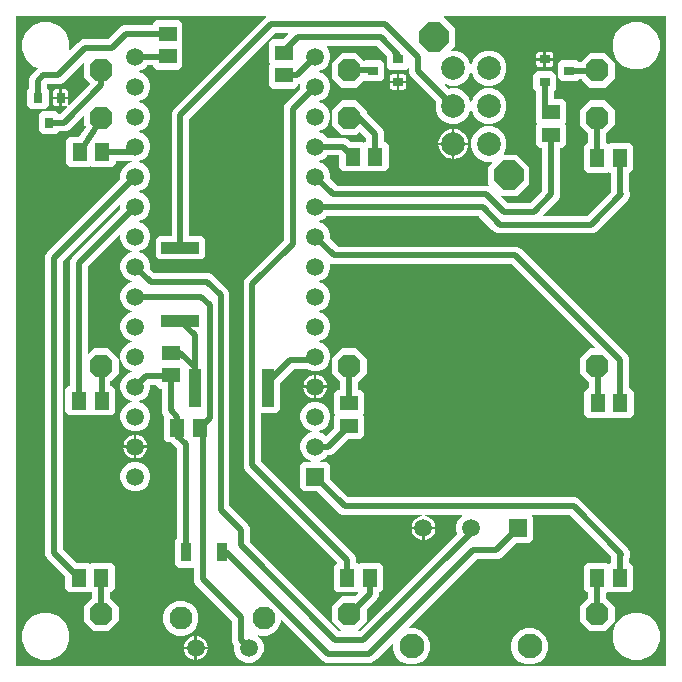
<source format=gbr>
G04 EAGLE Gerber RS-274X export*
G75*
%MOMM*%
%FSLAX34Y34*%
%LPD*%
%INBottom Copper*%
%IPPOS*%
%AMOC8*
5,1,8,0,0,1.08239X$1,22.5*%
G01*
%ADD10P,2.089446X8X22.500000*%
%ADD11R,1.500000X1.300000*%
%ADD12R,1.300000X1.500000*%
%ADD13R,1.508000X1.508000*%
%ADD14C,1.508000*%
%ADD15C,2.100000*%
%ADD16P,2.705975X8X112.500000*%
%ADD17C,2.000000*%
%ADD18C,1.950000*%
%ADD19R,0.800000X0.900000*%
%ADD20R,0.900000X0.800000*%
%ADD21R,1.000000X3.200000*%
%ADD22R,3.200000X1.000000*%
%ADD23R,0.850000X1.600000*%
%ADD24C,0.500000*%

G36*
X554508Y5002D02*
X554508Y5002D01*
X554517Y5001D01*
X554605Y5022D01*
X554695Y5040D01*
X554702Y5045D01*
X554710Y5047D01*
X554783Y5101D01*
X554859Y5153D01*
X554863Y5160D01*
X554870Y5165D01*
X554917Y5243D01*
X554966Y5320D01*
X554967Y5329D01*
X554972Y5336D01*
X554999Y5500D01*
X554999Y554500D01*
X554998Y554508D01*
X554999Y554517D01*
X554978Y554605D01*
X554960Y554695D01*
X554955Y554702D01*
X554953Y554710D01*
X554899Y554783D01*
X554847Y554859D01*
X554840Y554863D01*
X554835Y554870D01*
X554757Y554917D01*
X554680Y554966D01*
X554671Y554967D01*
X554664Y554972D01*
X554500Y554999D01*
X367256Y554999D01*
X367252Y554998D01*
X367248Y554999D01*
X367154Y554979D01*
X367061Y554960D01*
X367057Y554957D01*
X367053Y554956D01*
X366975Y554901D01*
X366897Y554847D01*
X366895Y554844D01*
X366891Y554841D01*
X366841Y554760D01*
X366790Y554680D01*
X366789Y554675D01*
X366787Y554672D01*
X366773Y554578D01*
X366757Y554483D01*
X366758Y554479D01*
X366757Y554475D01*
X366781Y554383D01*
X366803Y554290D01*
X366805Y554287D01*
X366806Y554283D01*
X366903Y554147D01*
X376501Y544549D01*
X376501Y530051D01*
X373103Y526653D01*
X373100Y526649D01*
X373097Y526647D01*
X373046Y526567D01*
X372993Y526487D01*
X372992Y526483D01*
X372990Y526480D01*
X372974Y526386D01*
X372957Y526292D01*
X372957Y526288D01*
X372957Y526283D01*
X372979Y526192D01*
X372999Y526098D01*
X373002Y526094D01*
X373003Y526090D01*
X373059Y526014D01*
X373115Y525935D01*
X373118Y525933D01*
X373121Y525930D01*
X373203Y525881D01*
X373284Y525831D01*
X373288Y525831D01*
X373292Y525828D01*
X373456Y525801D01*
X377984Y525801D01*
X383497Y523517D01*
X387717Y519297D01*
X389539Y514899D01*
X389541Y514896D01*
X389542Y514892D01*
X389597Y514813D01*
X389650Y514734D01*
X389653Y514732D01*
X389656Y514729D01*
X389737Y514678D01*
X389817Y514626D01*
X389821Y514625D01*
X389824Y514623D01*
X389918Y514608D01*
X390012Y514591D01*
X390016Y514592D01*
X390021Y514591D01*
X390112Y514614D01*
X390206Y514636D01*
X390210Y514638D01*
X390214Y514639D01*
X390290Y514696D01*
X390367Y514752D01*
X390369Y514756D01*
X390373Y514758D01*
X390461Y514899D01*
X392283Y519297D01*
X396503Y523517D01*
X402016Y525801D01*
X407984Y525801D01*
X413497Y523517D01*
X417717Y519297D01*
X420001Y513784D01*
X420001Y507816D01*
X417717Y502303D01*
X413497Y498083D01*
X407984Y495799D01*
X402016Y495799D01*
X396503Y498083D01*
X392283Y502303D01*
X390461Y506701D01*
X390459Y506704D01*
X390458Y506708D01*
X390403Y506787D01*
X390350Y506866D01*
X390347Y506868D01*
X390344Y506871D01*
X390263Y506922D01*
X390183Y506974D01*
X390179Y506975D01*
X390176Y506977D01*
X390082Y506992D01*
X389988Y507009D01*
X389983Y507008D01*
X389979Y507009D01*
X389888Y506986D01*
X389794Y506964D01*
X389790Y506962D01*
X389786Y506961D01*
X389710Y506904D01*
X389633Y506848D01*
X389631Y506844D01*
X389627Y506842D01*
X389539Y506701D01*
X387717Y502303D01*
X383497Y498083D01*
X377984Y495799D01*
X372016Y495799D01*
X368518Y497248D01*
X368515Y497249D01*
X368514Y497250D01*
X368417Y497268D01*
X368322Y497286D01*
X368320Y497286D01*
X368318Y497286D01*
X368222Y497265D01*
X368128Y497245D01*
X368126Y497244D01*
X368124Y497244D01*
X368045Y497187D01*
X367965Y497131D01*
X367964Y497130D01*
X367962Y497128D01*
X367911Y497046D01*
X367859Y496963D01*
X367859Y496961D01*
X367858Y496959D01*
X367843Y496861D01*
X367828Y496767D01*
X367828Y496765D01*
X367828Y496762D01*
X367852Y496668D01*
X367875Y496573D01*
X367877Y496572D01*
X367877Y496570D01*
X367973Y496434D01*
X370784Y493624D01*
X370793Y493618D01*
X370799Y493610D01*
X370875Y493563D01*
X370950Y493514D01*
X370960Y493512D01*
X370969Y493507D01*
X371057Y493494D01*
X371145Y493478D01*
X371155Y493480D01*
X371166Y493478D01*
X371328Y493516D01*
X372016Y493801D01*
X377984Y493801D01*
X383497Y491517D01*
X387717Y487297D01*
X389539Y482899D01*
X389541Y482896D01*
X389542Y482892D01*
X389597Y482813D01*
X389650Y482734D01*
X389653Y482732D01*
X389656Y482728D01*
X389737Y482678D01*
X389817Y482626D01*
X389821Y482625D01*
X389824Y482623D01*
X389918Y482608D01*
X390012Y482591D01*
X390016Y482592D01*
X390021Y482591D01*
X390112Y482614D01*
X390206Y482635D01*
X390210Y482638D01*
X390214Y482639D01*
X390290Y482696D01*
X390367Y482752D01*
X390369Y482756D01*
X390373Y482758D01*
X390461Y482899D01*
X392283Y487297D01*
X396503Y491517D01*
X402016Y493801D01*
X407984Y493801D01*
X413497Y491517D01*
X417717Y487297D01*
X420001Y481784D01*
X420001Y475816D01*
X417717Y470303D01*
X413497Y466083D01*
X407984Y463799D01*
X402016Y463799D01*
X396503Y466083D01*
X392283Y470303D01*
X390461Y474701D01*
X390459Y474704D01*
X390458Y474708D01*
X390403Y474787D01*
X390350Y474866D01*
X390347Y474868D01*
X390344Y474872D01*
X390263Y474922D01*
X390183Y474974D01*
X390179Y474975D01*
X390176Y474977D01*
X390082Y474992D01*
X389988Y475009D01*
X389983Y475008D01*
X389979Y475009D01*
X389888Y474986D01*
X389794Y474965D01*
X389790Y474962D01*
X389786Y474961D01*
X389710Y474904D01*
X389633Y474848D01*
X389631Y474844D01*
X389627Y474842D01*
X389539Y474701D01*
X387717Y470303D01*
X383497Y466083D01*
X377984Y463799D01*
X372016Y463799D01*
X366503Y466083D01*
X362283Y470303D01*
X359999Y475816D01*
X359999Y481784D01*
X360284Y482472D01*
X360286Y482482D01*
X360292Y482491D01*
X360305Y482580D01*
X360322Y482667D01*
X360320Y482678D01*
X360322Y482688D01*
X360300Y482774D01*
X360281Y482862D01*
X360275Y482870D01*
X360273Y482881D01*
X360176Y483016D01*
X340821Y502371D01*
X338641Y504551D01*
X337499Y507308D01*
X337499Y510922D01*
X337498Y510926D01*
X337499Y510930D01*
X337479Y511023D01*
X337460Y511117D01*
X337457Y511120D01*
X337456Y511124D01*
X337401Y511202D01*
X337347Y511281D01*
X337344Y511283D01*
X337341Y511286D01*
X337260Y511336D01*
X337180Y511388D01*
X337175Y511388D01*
X337172Y511391D01*
X337078Y511405D01*
X336983Y511421D01*
X336979Y511420D01*
X336975Y511421D01*
X336883Y511397D01*
X336790Y511375D01*
X336787Y511372D01*
X336783Y511371D01*
X336647Y511275D01*
X334771Y509399D01*
X321629Y509399D01*
X318699Y512329D01*
X318699Y521086D01*
X318697Y521099D01*
X318699Y521111D01*
X318677Y521195D01*
X318660Y521281D01*
X318653Y521292D01*
X318649Y521304D01*
X318553Y521439D01*
X310539Y529453D01*
X310529Y529460D01*
X310521Y529470D01*
X310446Y529515D01*
X310374Y529563D01*
X310361Y529565D01*
X310350Y529572D01*
X310186Y529599D01*
X268341Y529599D01*
X268337Y529598D01*
X268333Y529599D01*
X268240Y529579D01*
X268146Y529560D01*
X268143Y529557D01*
X268139Y529556D01*
X268061Y529501D01*
X267982Y529447D01*
X267980Y529444D01*
X267977Y529441D01*
X267927Y529360D01*
X267875Y529280D01*
X267875Y529275D01*
X267873Y529272D01*
X267858Y529178D01*
X267842Y529083D01*
X267843Y529079D01*
X267843Y529075D01*
X267866Y528983D01*
X267888Y528890D01*
X267891Y528887D01*
X267892Y528883D01*
X267988Y528747D01*
X268832Y527904D01*
X270741Y523295D01*
X270741Y518305D01*
X268832Y513696D01*
X265304Y510168D01*
X261424Y508561D01*
X261420Y508559D01*
X261416Y508558D01*
X261338Y508503D01*
X261259Y508450D01*
X261256Y508447D01*
X261253Y508444D01*
X261202Y508363D01*
X261150Y508283D01*
X261149Y508279D01*
X261147Y508276D01*
X261132Y508182D01*
X261115Y508088D01*
X261116Y508083D01*
X261116Y508079D01*
X261138Y507988D01*
X261160Y507894D01*
X261162Y507890D01*
X261163Y507886D01*
X261220Y507810D01*
X261276Y507733D01*
X261280Y507731D01*
X261283Y507727D01*
X261424Y507639D01*
X265304Y506032D01*
X268832Y502504D01*
X270741Y497895D01*
X270741Y492905D01*
X268832Y488296D01*
X265304Y484768D01*
X261424Y483161D01*
X261420Y483159D01*
X261416Y483158D01*
X261338Y483103D01*
X261259Y483050D01*
X261256Y483047D01*
X261253Y483044D01*
X261202Y482963D01*
X261150Y482883D01*
X261149Y482879D01*
X261147Y482876D01*
X261132Y482782D01*
X261115Y482688D01*
X261116Y482683D01*
X261116Y482679D01*
X261138Y482588D01*
X261160Y482494D01*
X261162Y482490D01*
X261163Y482486D01*
X261220Y482410D01*
X261276Y482333D01*
X261280Y482331D01*
X261283Y482327D01*
X261424Y482239D01*
X265304Y480632D01*
X268832Y477104D01*
X270741Y472495D01*
X270741Y467505D01*
X268832Y462896D01*
X265304Y459368D01*
X261424Y457761D01*
X261420Y457759D01*
X261416Y457758D01*
X261338Y457703D01*
X261259Y457650D01*
X261256Y457647D01*
X261253Y457644D01*
X261202Y457563D01*
X261150Y457483D01*
X261149Y457479D01*
X261147Y457476D01*
X261132Y457382D01*
X261115Y457288D01*
X261116Y457283D01*
X261116Y457279D01*
X261138Y457188D01*
X261160Y457094D01*
X261162Y457090D01*
X261163Y457086D01*
X261220Y457010D01*
X261276Y456933D01*
X261280Y456931D01*
X261283Y456927D01*
X261424Y456839D01*
X265304Y455232D01*
X268288Y452247D01*
X268299Y452240D01*
X268306Y452230D01*
X268381Y452186D01*
X268454Y452137D01*
X268466Y452135D01*
X268477Y452128D01*
X268641Y452101D01*
X282792Y452101D01*
X285549Y450959D01*
X287761Y448747D01*
X287771Y448740D01*
X287779Y448730D01*
X287854Y448685D01*
X287926Y448637D01*
X287939Y448635D01*
X287950Y448628D01*
X288114Y448601D01*
X298371Y448601D01*
X298947Y448025D01*
X298954Y448020D01*
X298959Y448014D01*
X299037Y447966D01*
X299113Y447915D01*
X299121Y447914D01*
X299128Y447909D01*
X299218Y447896D01*
X299308Y447879D01*
X299317Y447881D01*
X299325Y447880D01*
X299413Y447902D01*
X299502Y447922D01*
X299509Y447927D01*
X299517Y447929D01*
X299653Y448025D01*
X300229Y448601D01*
X300800Y448601D01*
X300808Y448602D01*
X300817Y448601D01*
X300905Y448622D01*
X300995Y448640D01*
X301002Y448645D01*
X301010Y448647D01*
X301083Y448701D01*
X301159Y448753D01*
X301163Y448760D01*
X301170Y448765D01*
X301217Y448843D01*
X301266Y448920D01*
X301267Y448929D01*
X301272Y448936D01*
X301299Y449100D01*
X301299Y451886D01*
X301297Y451899D01*
X301299Y451911D01*
X301277Y451995D01*
X301260Y452081D01*
X301253Y452092D01*
X301249Y452104D01*
X301153Y452239D01*
X296410Y456982D01*
X296403Y456987D01*
X296398Y456994D01*
X296321Y457041D01*
X296244Y457092D01*
X296236Y457093D01*
X296229Y457098D01*
X296139Y457112D01*
X296049Y457128D01*
X296041Y457126D01*
X296032Y457128D01*
X295944Y457105D01*
X295855Y457085D01*
X295848Y457081D01*
X295840Y457079D01*
X295704Y456982D01*
X293069Y454347D01*
X280931Y454347D01*
X272347Y462931D01*
X272347Y475069D01*
X280931Y483653D01*
X293069Y483653D01*
X301653Y475069D01*
X301653Y473162D01*
X301655Y473149D01*
X301653Y473137D01*
X301675Y473053D01*
X301692Y472967D01*
X301699Y472956D01*
X301703Y472944D01*
X301799Y472809D01*
X315159Y459449D01*
X316301Y456692D01*
X316301Y449100D01*
X316302Y449092D01*
X316301Y449083D01*
X316322Y448995D01*
X316340Y448905D01*
X316345Y448898D01*
X316347Y448890D01*
X316401Y448817D01*
X316453Y448741D01*
X316460Y448737D01*
X316465Y448730D01*
X316543Y448683D01*
X316620Y448634D01*
X316629Y448633D01*
X316636Y448628D01*
X316800Y448601D01*
X317371Y448601D01*
X320301Y445671D01*
X320301Y426529D01*
X317371Y423599D01*
X300229Y423599D01*
X299653Y424175D01*
X299646Y424179D01*
X299641Y424186D01*
X299563Y424234D01*
X299487Y424285D01*
X299479Y424286D01*
X299472Y424291D01*
X299382Y424304D01*
X299292Y424321D01*
X299284Y424319D01*
X299275Y424320D01*
X299187Y424298D01*
X299098Y424278D01*
X299091Y424273D01*
X299083Y424271D01*
X298947Y424175D01*
X298371Y423599D01*
X281229Y423599D01*
X278299Y426529D01*
X278299Y436600D01*
X278298Y436608D01*
X278299Y436617D01*
X278278Y436705D01*
X278260Y436795D01*
X278255Y436802D01*
X278253Y436810D01*
X278199Y436883D01*
X278147Y436959D01*
X278140Y436963D01*
X278135Y436970D01*
X278057Y437017D01*
X277980Y437066D01*
X277971Y437067D01*
X277964Y437072D01*
X277800Y437099D01*
X268641Y437099D01*
X268629Y437097D01*
X268617Y437099D01*
X268532Y437077D01*
X268446Y437060D01*
X268436Y437053D01*
X268424Y437049D01*
X268288Y436953D01*
X265304Y433968D01*
X261424Y432361D01*
X261420Y432359D01*
X261416Y432358D01*
X261338Y432303D01*
X261259Y432250D01*
X261256Y432247D01*
X261253Y432244D01*
X261202Y432163D01*
X261150Y432083D01*
X261149Y432079D01*
X261147Y432076D01*
X261132Y431982D01*
X261115Y431888D01*
X261116Y431883D01*
X261116Y431879D01*
X261138Y431788D01*
X261160Y431694D01*
X261162Y431690D01*
X261163Y431686D01*
X261220Y431610D01*
X261276Y431533D01*
X261280Y431531D01*
X261283Y431527D01*
X261424Y431439D01*
X265304Y429832D01*
X268832Y426304D01*
X270741Y421695D01*
X270741Y417474D01*
X270743Y417461D01*
X270741Y417449D01*
X270763Y417365D01*
X270780Y417279D01*
X270787Y417268D01*
X270791Y417256D01*
X270887Y417121D01*
X276361Y411647D01*
X276371Y411640D01*
X276379Y411630D01*
X276453Y411585D01*
X276526Y411537D01*
X276539Y411535D01*
X276550Y411528D01*
X276714Y411501D01*
X404492Y411501D01*
X404832Y411360D01*
X404834Y411359D01*
X404836Y411358D01*
X404932Y411340D01*
X405027Y411322D01*
X405029Y411322D01*
X405031Y411322D01*
X405128Y411343D01*
X405222Y411363D01*
X405223Y411364D01*
X405226Y411365D01*
X405305Y411422D01*
X405385Y411477D01*
X405386Y411479D01*
X405388Y411480D01*
X405439Y411563D01*
X405490Y411645D01*
X405491Y411648D01*
X405492Y411649D01*
X405506Y411745D01*
X405522Y411842D01*
X405521Y411844D01*
X405522Y411846D01*
X405498Y411939D01*
X405474Y412035D01*
X405473Y412037D01*
X405473Y412039D01*
X405376Y412174D01*
X404499Y413051D01*
X404499Y427549D01*
X407897Y430947D01*
X407900Y430951D01*
X407903Y430953D01*
X407954Y431033D01*
X408007Y431113D01*
X408008Y431117D01*
X408010Y431120D01*
X408026Y431214D01*
X408043Y431308D01*
X408043Y431312D01*
X408043Y431317D01*
X408021Y431408D01*
X408001Y431502D01*
X407998Y431506D01*
X407997Y431510D01*
X407941Y431586D01*
X407885Y431665D01*
X407882Y431667D01*
X407879Y431670D01*
X407797Y431719D01*
X407716Y431769D01*
X407712Y431769D01*
X407708Y431772D01*
X407544Y431799D01*
X402016Y431799D01*
X396503Y434083D01*
X392283Y438303D01*
X389999Y443816D01*
X389999Y449784D01*
X392283Y455297D01*
X396503Y459517D01*
X402016Y461801D01*
X407984Y461801D01*
X413497Y459517D01*
X417717Y455297D01*
X420001Y449784D01*
X420001Y443816D01*
X417795Y438491D01*
X417794Y438485D01*
X417790Y438480D01*
X417775Y438387D01*
X417757Y438296D01*
X417758Y438290D01*
X417757Y438283D01*
X417779Y438193D01*
X417798Y438101D01*
X417802Y438096D01*
X417803Y438090D01*
X417858Y438015D01*
X417912Y437938D01*
X417917Y437935D01*
X417921Y437930D01*
X418001Y437883D01*
X418081Y437833D01*
X418087Y437832D01*
X418092Y437828D01*
X418256Y437801D01*
X429249Y437801D01*
X439501Y427549D01*
X439501Y413051D01*
X429249Y402799D01*
X416014Y402799D01*
X416010Y402798D01*
X416005Y402799D01*
X415912Y402779D01*
X415819Y402760D01*
X415815Y402757D01*
X415811Y402756D01*
X415733Y402701D01*
X415655Y402647D01*
X415653Y402644D01*
X415649Y402641D01*
X415599Y402560D01*
X415548Y402480D01*
X415547Y402475D01*
X415545Y402472D01*
X415531Y402378D01*
X415515Y402283D01*
X415516Y402279D01*
X415515Y402275D01*
X415539Y402183D01*
X415561Y402090D01*
X415563Y402087D01*
X415564Y402083D01*
X415661Y401947D01*
X420961Y396647D01*
X420971Y396640D01*
X420979Y396630D01*
X421054Y396585D01*
X421126Y396537D01*
X421139Y396535D01*
X421150Y396528D01*
X421314Y396501D01*
X439686Y396501D01*
X439699Y396503D01*
X439711Y396501D01*
X439795Y396523D01*
X439881Y396540D01*
X439892Y396547D01*
X439904Y396551D01*
X440039Y396647D01*
X450353Y406961D01*
X450360Y406971D01*
X450370Y406979D01*
X450415Y407054D01*
X450463Y407126D01*
X450465Y407139D01*
X450472Y407150D01*
X450499Y407314D01*
X450499Y442600D01*
X450498Y442608D01*
X450499Y442617D01*
X450478Y442705D01*
X450460Y442795D01*
X450455Y442802D01*
X450453Y442810D01*
X450399Y442883D01*
X450347Y442959D01*
X450340Y442963D01*
X450335Y442970D01*
X450257Y443017D01*
X450180Y443066D01*
X450171Y443067D01*
X450164Y443072D01*
X450000Y443099D01*
X448329Y443099D01*
X445399Y446029D01*
X445399Y463171D01*
X445975Y463747D01*
X445979Y463754D01*
X445986Y463759D01*
X446034Y463837D01*
X446085Y463913D01*
X446086Y463921D01*
X446091Y463928D01*
X446104Y464018D01*
X446121Y464108D01*
X446119Y464116D01*
X446120Y464125D01*
X446098Y464213D01*
X446078Y464302D01*
X446073Y464309D01*
X446071Y464317D01*
X445975Y464453D01*
X445399Y465029D01*
X445399Y476302D01*
X445398Y476306D01*
X445399Y476309D01*
X445397Y476319D01*
X445398Y476331D01*
X445361Y476493D01*
X444899Y477608D01*
X444899Y491122D01*
X444897Y491134D01*
X444899Y491147D01*
X444877Y491231D01*
X444860Y491317D01*
X444853Y491327D01*
X444849Y491339D01*
X444753Y491475D01*
X442899Y493329D01*
X442899Y505471D01*
X445829Y508401D01*
X458971Y508401D01*
X461901Y505471D01*
X461901Y493329D01*
X460047Y491475D01*
X460040Y491464D01*
X460030Y491457D01*
X459986Y491382D01*
X459937Y491309D01*
X459935Y491297D01*
X459928Y491286D01*
X459901Y491122D01*
X459901Y485600D01*
X459902Y485592D01*
X459901Y485583D01*
X459922Y485495D01*
X459940Y485405D01*
X459945Y485398D01*
X459947Y485390D01*
X460001Y485317D01*
X460053Y485241D01*
X460060Y485237D01*
X460065Y485230D01*
X460143Y485183D01*
X460220Y485134D01*
X460229Y485133D01*
X460236Y485128D01*
X460400Y485101D01*
X467471Y485101D01*
X470401Y482171D01*
X470401Y465029D01*
X469825Y464453D01*
X469820Y464446D01*
X469814Y464441D01*
X469766Y464363D01*
X469715Y464287D01*
X469714Y464279D01*
X469709Y464272D01*
X469696Y464182D01*
X469679Y464092D01*
X469681Y464083D01*
X469680Y464075D01*
X469702Y463987D01*
X469722Y463898D01*
X469727Y463891D01*
X469729Y463883D01*
X469825Y463747D01*
X470401Y463171D01*
X470401Y446029D01*
X467471Y443099D01*
X466000Y443099D01*
X465992Y443098D01*
X465983Y443099D01*
X465895Y443078D01*
X465805Y443060D01*
X465798Y443055D01*
X465790Y443053D01*
X465717Y442999D01*
X465641Y442947D01*
X465637Y442940D01*
X465630Y442935D01*
X465583Y442857D01*
X465534Y442780D01*
X465533Y442771D01*
X465528Y442764D01*
X465501Y442600D01*
X465501Y402508D01*
X464359Y399751D01*
X462179Y397571D01*
X451461Y386853D01*
X451458Y386849D01*
X451455Y386847D01*
X451403Y386766D01*
X451351Y386687D01*
X451350Y386683D01*
X451348Y386680D01*
X451332Y386586D01*
X451314Y386492D01*
X451315Y386488D01*
X451315Y386483D01*
X451337Y386392D01*
X451357Y386298D01*
X451360Y386294D01*
X451361Y386290D01*
X451417Y386214D01*
X451472Y386135D01*
X451476Y386133D01*
X451479Y386130D01*
X451560Y386081D01*
X451642Y386031D01*
X451646Y386031D01*
X451650Y386028D01*
X451814Y386001D01*
X488186Y386001D01*
X488199Y386003D01*
X488211Y386001D01*
X488295Y386023D01*
X488381Y386040D01*
X488392Y386047D01*
X488404Y386051D01*
X488539Y386147D01*
X508353Y405961D01*
X508360Y405971D01*
X508370Y405979D01*
X508415Y406054D01*
X508463Y406126D01*
X508465Y406139D01*
X508472Y406150D01*
X508499Y406314D01*
X508499Y422100D01*
X508498Y422108D01*
X508499Y422117D01*
X508478Y422205D01*
X508460Y422295D01*
X508455Y422302D01*
X508453Y422310D01*
X508399Y422383D01*
X508347Y422459D01*
X508340Y422463D01*
X508335Y422470D01*
X508257Y422517D01*
X508180Y422566D01*
X508171Y422567D01*
X508164Y422572D01*
X508000Y422599D01*
X507429Y422599D01*
X506853Y423175D01*
X506846Y423180D01*
X506841Y423186D01*
X506763Y423234D01*
X506687Y423285D01*
X506679Y423286D01*
X506672Y423291D01*
X506582Y423304D01*
X506492Y423321D01*
X506483Y423319D01*
X506475Y423320D01*
X506387Y423298D01*
X506298Y423278D01*
X506291Y423273D01*
X506283Y423271D01*
X506147Y423175D01*
X505571Y422599D01*
X488429Y422599D01*
X485499Y425529D01*
X485499Y444671D01*
X488429Y447601D01*
X489000Y447601D01*
X489008Y447602D01*
X489017Y447601D01*
X489105Y447622D01*
X489195Y447640D01*
X489202Y447645D01*
X489210Y447647D01*
X489283Y447701D01*
X489359Y447753D01*
X489363Y447760D01*
X489370Y447765D01*
X489417Y447843D01*
X489466Y447920D01*
X489467Y447929D01*
X489472Y447936D01*
X489499Y448100D01*
X489499Y455572D01*
X489497Y455584D01*
X489499Y455597D01*
X489477Y455681D01*
X489460Y455767D01*
X489453Y455777D01*
X489449Y455789D01*
X489353Y455925D01*
X482347Y462931D01*
X482347Y475069D01*
X490931Y483653D01*
X503069Y483653D01*
X511653Y475069D01*
X511653Y462931D01*
X504647Y455925D01*
X504640Y455914D01*
X504630Y455907D01*
X504585Y455832D01*
X504537Y455759D01*
X504535Y455747D01*
X504528Y455736D01*
X504501Y455572D01*
X504501Y448100D01*
X504502Y448092D01*
X504501Y448083D01*
X504522Y447995D01*
X504540Y447905D01*
X504545Y447898D01*
X504547Y447890D01*
X504601Y447817D01*
X504653Y447741D01*
X504660Y447737D01*
X504665Y447730D01*
X504743Y447683D01*
X504820Y447634D01*
X504829Y447633D01*
X504836Y447628D01*
X505000Y447601D01*
X505571Y447601D01*
X506147Y447025D01*
X506154Y447021D01*
X506159Y447014D01*
X506237Y446966D01*
X506313Y446915D01*
X506321Y446914D01*
X506328Y446909D01*
X506418Y446896D01*
X506508Y446879D01*
X506516Y446881D01*
X506525Y446880D01*
X506613Y446902D01*
X506702Y446922D01*
X506709Y446927D01*
X506717Y446929D01*
X506853Y447025D01*
X507429Y447601D01*
X524571Y447601D01*
X527501Y444671D01*
X527501Y425529D01*
X524571Y422599D01*
X524000Y422599D01*
X523992Y422598D01*
X523983Y422599D01*
X523895Y422578D01*
X523805Y422560D01*
X523798Y422555D01*
X523790Y422553D01*
X523717Y422499D01*
X523641Y422447D01*
X523637Y422440D01*
X523630Y422435D01*
X523583Y422357D01*
X523534Y422280D01*
X523533Y422271D01*
X523528Y422264D01*
X523501Y422100D01*
X523501Y408005D01*
X523504Y407991D01*
X523502Y407977D01*
X523539Y407814D01*
X524501Y405492D01*
X524501Y402508D01*
X523359Y399751D01*
X495749Y372141D01*
X492992Y370999D01*
X413008Y370999D01*
X410251Y372141D01*
X408071Y374321D01*
X397039Y385353D01*
X397029Y385360D01*
X397021Y385370D01*
X396947Y385415D01*
X396874Y385463D01*
X396861Y385465D01*
X396850Y385472D01*
X396686Y385499D01*
X267841Y385499D01*
X267829Y385497D01*
X267817Y385499D01*
X267732Y385477D01*
X267646Y385460D01*
X267636Y385453D01*
X267624Y385449D01*
X267488Y385353D01*
X265304Y383168D01*
X261424Y381561D01*
X261420Y381559D01*
X261416Y381558D01*
X261338Y381503D01*
X261259Y381450D01*
X261256Y381447D01*
X261253Y381444D01*
X261202Y381363D01*
X261150Y381283D01*
X261149Y381279D01*
X261147Y381276D01*
X261132Y381182D01*
X261115Y381088D01*
X261116Y381083D01*
X261116Y381079D01*
X261138Y380988D01*
X261160Y380894D01*
X261162Y380890D01*
X261163Y380886D01*
X261220Y380810D01*
X261276Y380733D01*
X261280Y380731D01*
X261283Y380727D01*
X261424Y380639D01*
X265304Y379032D01*
X268832Y375504D01*
X270741Y370895D01*
X270741Y366674D01*
X270743Y366661D01*
X270741Y366649D01*
X270763Y366565D01*
X270780Y366479D01*
X270787Y366468D01*
X270791Y366456D01*
X270887Y366321D01*
X277161Y360047D01*
X277171Y360040D01*
X277179Y360030D01*
X277254Y359985D01*
X277326Y359937D01*
X277339Y359935D01*
X277350Y359928D01*
X277514Y359901D01*
X429092Y359901D01*
X431849Y358759D01*
X522759Y267849D01*
X523901Y265092D01*
X523901Y240600D01*
X523902Y240592D01*
X523901Y240583D01*
X523922Y240495D01*
X523940Y240405D01*
X523945Y240398D01*
X523947Y240390D01*
X524001Y240317D01*
X524053Y240241D01*
X524060Y240237D01*
X524065Y240230D01*
X524143Y240183D01*
X524220Y240134D01*
X524229Y240133D01*
X524236Y240128D01*
X524400Y240101D01*
X524971Y240101D01*
X527901Y237171D01*
X527901Y218029D01*
X524971Y215099D01*
X507829Y215099D01*
X507253Y215675D01*
X507246Y215680D01*
X507241Y215686D01*
X507163Y215734D01*
X507087Y215785D01*
X507079Y215786D01*
X507072Y215791D01*
X506982Y215804D01*
X506892Y215821D01*
X506883Y215819D01*
X506875Y215820D01*
X506787Y215798D01*
X506698Y215778D01*
X506691Y215773D01*
X506683Y215771D01*
X506547Y215675D01*
X505971Y215099D01*
X488829Y215099D01*
X485899Y218029D01*
X485899Y237171D01*
X488829Y240101D01*
X489400Y240101D01*
X489408Y240102D01*
X489417Y240101D01*
X489505Y240122D01*
X489595Y240140D01*
X489602Y240145D01*
X489610Y240147D01*
X489683Y240201D01*
X489759Y240253D01*
X489763Y240260D01*
X489770Y240265D01*
X489817Y240343D01*
X489866Y240420D01*
X489867Y240429D01*
X489872Y240436D01*
X489899Y240600D01*
X489899Y245172D01*
X489897Y245184D01*
X489899Y245197D01*
X489877Y245281D01*
X489860Y245367D01*
X489853Y245377D01*
X489849Y245389D01*
X489753Y245525D01*
X482347Y252931D01*
X482347Y265069D01*
X490931Y273653D01*
X494534Y273653D01*
X494538Y273654D01*
X494543Y273653D01*
X494636Y273673D01*
X494729Y273692D01*
X494733Y273695D01*
X494737Y273696D01*
X494815Y273751D01*
X494893Y273805D01*
X494895Y273808D01*
X494899Y273811D01*
X494949Y273892D01*
X495000Y273972D01*
X495001Y273977D01*
X495003Y273980D01*
X495017Y274074D01*
X495033Y274169D01*
X495032Y274173D01*
X495033Y274177D01*
X495009Y274269D01*
X494987Y274362D01*
X494985Y274365D01*
X494984Y274369D01*
X494887Y274505D01*
X424639Y344753D01*
X424629Y344760D01*
X424621Y344770D01*
X424546Y344815D01*
X424474Y344863D01*
X424461Y344865D01*
X424450Y344872D01*
X424286Y344899D01*
X272708Y344899D01*
X271431Y345428D01*
X271425Y345429D01*
X271420Y345433D01*
X271327Y345448D01*
X271236Y345466D01*
X271230Y345465D01*
X271223Y345466D01*
X271133Y345444D01*
X271041Y345425D01*
X271036Y345421D01*
X271030Y345420D01*
X270955Y345365D01*
X270878Y345311D01*
X270875Y345306D01*
X270870Y345302D01*
X270822Y345222D01*
X270773Y345143D01*
X270772Y345136D01*
X270768Y345131D01*
X270741Y344967D01*
X270741Y340505D01*
X268832Y335896D01*
X265304Y332368D01*
X261424Y330761D01*
X261420Y330759D01*
X261416Y330758D01*
X261338Y330703D01*
X261259Y330650D01*
X261256Y330647D01*
X261253Y330644D01*
X261202Y330563D01*
X261150Y330483D01*
X261149Y330479D01*
X261147Y330476D01*
X261132Y330382D01*
X261115Y330288D01*
X261116Y330284D01*
X261116Y330279D01*
X261138Y330188D01*
X261160Y330094D01*
X261162Y330090D01*
X261163Y330086D01*
X261220Y330010D01*
X261276Y329933D01*
X261280Y329931D01*
X261283Y329927D01*
X261424Y329839D01*
X265304Y328232D01*
X268832Y324704D01*
X270741Y320095D01*
X270741Y315105D01*
X268832Y310496D01*
X265304Y306968D01*
X261424Y305361D01*
X261420Y305359D01*
X261416Y305358D01*
X261338Y305303D01*
X261259Y305250D01*
X261256Y305247D01*
X261253Y305244D01*
X261202Y305163D01*
X261150Y305083D01*
X261150Y305079D01*
X261147Y305076D01*
X261132Y304982D01*
X261116Y304888D01*
X261116Y304883D01*
X261116Y304879D01*
X261138Y304788D01*
X261160Y304694D01*
X261162Y304690D01*
X261163Y304686D01*
X261220Y304610D01*
X261276Y304533D01*
X261280Y304531D01*
X261283Y304527D01*
X261424Y304439D01*
X265304Y302832D01*
X268832Y299304D01*
X270741Y294695D01*
X270741Y289705D01*
X268832Y285096D01*
X265304Y281568D01*
X261424Y279961D01*
X261420Y279959D01*
X261416Y279958D01*
X261338Y279903D01*
X261259Y279850D01*
X261256Y279847D01*
X261253Y279844D01*
X261202Y279763D01*
X261150Y279683D01*
X261150Y279679D01*
X261147Y279676D01*
X261132Y279582D01*
X261116Y279488D01*
X261116Y279483D01*
X261116Y279479D01*
X261138Y279388D01*
X261160Y279294D01*
X261162Y279290D01*
X261163Y279286D01*
X261220Y279210D01*
X261276Y279133D01*
X261280Y279131D01*
X261283Y279127D01*
X261424Y279039D01*
X265304Y277432D01*
X268832Y273904D01*
X270741Y269295D01*
X270741Y264305D01*
X268832Y259696D01*
X265304Y256168D01*
X260695Y254259D01*
X255705Y254259D01*
X251096Y256168D01*
X250912Y256353D01*
X250901Y256360D01*
X250894Y256370D01*
X250819Y256415D01*
X250746Y256463D01*
X250733Y256465D01*
X250723Y256472D01*
X250559Y256499D01*
X240314Y256499D01*
X240301Y256497D01*
X240289Y256499D01*
X240205Y256477D01*
X240119Y256460D01*
X240108Y256453D01*
X240096Y256449D01*
X239961Y256353D01*
X228147Y244539D01*
X228140Y244529D01*
X228130Y244521D01*
X228085Y244446D01*
X228037Y244374D01*
X228035Y244361D01*
X228028Y244350D01*
X228001Y244186D01*
X228001Y221929D01*
X225071Y218999D01*
X213000Y218999D01*
X212992Y218998D01*
X212983Y218999D01*
X212895Y218978D01*
X212805Y218960D01*
X212798Y218955D01*
X212790Y218953D01*
X212717Y218899D01*
X212641Y218847D01*
X212637Y218840D01*
X212630Y218835D01*
X212583Y218757D01*
X212534Y218680D01*
X212533Y218671D01*
X212528Y218664D01*
X212501Y218500D01*
X212501Y178314D01*
X212503Y178301D01*
X212501Y178289D01*
X212523Y178205D01*
X212540Y178119D01*
X212547Y178108D01*
X212551Y178096D01*
X212647Y177961D01*
X291759Y98849D01*
X292901Y96092D01*
X292901Y92600D01*
X292902Y92592D01*
X292901Y92583D01*
X292922Y92495D01*
X292940Y92405D01*
X292945Y92398D01*
X292947Y92390D01*
X293001Y92317D01*
X293053Y92241D01*
X293060Y92237D01*
X293065Y92230D01*
X293143Y92183D01*
X293220Y92134D01*
X293229Y92133D01*
X293236Y92128D01*
X293400Y92101D01*
X293971Y92101D01*
X294547Y91525D01*
X294554Y91520D01*
X294559Y91514D01*
X294637Y91466D01*
X294713Y91415D01*
X294721Y91414D01*
X294728Y91409D01*
X294818Y91396D01*
X294908Y91379D01*
X294917Y91381D01*
X294925Y91380D01*
X295013Y91402D01*
X295102Y91422D01*
X295109Y91427D01*
X295117Y91429D01*
X295253Y91525D01*
X295829Y92101D01*
X312971Y92101D01*
X315901Y89171D01*
X315901Y70029D01*
X312971Y67099D01*
X312400Y67099D01*
X312392Y67098D01*
X312383Y67099D01*
X312295Y67078D01*
X312205Y67060D01*
X312198Y67055D01*
X312190Y67053D01*
X312117Y66999D01*
X312041Y66947D01*
X312037Y66940D01*
X312030Y66935D01*
X311983Y66857D01*
X311934Y66780D01*
X311933Y66771D01*
X311928Y66764D01*
X311901Y66600D01*
X311901Y64108D01*
X310759Y61351D01*
X301799Y52391D01*
X301792Y52381D01*
X301782Y52373D01*
X301737Y52298D01*
X301689Y52226D01*
X301687Y52213D01*
X301680Y52202D01*
X301653Y52038D01*
X301653Y42931D01*
X294075Y35353D01*
X294073Y35349D01*
X294069Y35347D01*
X294018Y35267D01*
X293965Y35187D01*
X293965Y35183D01*
X293962Y35180D01*
X293946Y35085D01*
X293929Y34992D01*
X293930Y34988D01*
X293929Y34983D01*
X293951Y34892D01*
X293972Y34798D01*
X293974Y34794D01*
X293975Y34790D01*
X294031Y34714D01*
X294087Y34635D01*
X294091Y34633D01*
X294093Y34630D01*
X294175Y34581D01*
X294256Y34531D01*
X294260Y34531D01*
X294264Y34528D01*
X294428Y34501D01*
X295686Y34501D01*
X295699Y34503D01*
X295711Y34501D01*
X295795Y34523D01*
X295881Y34540D01*
X295892Y34547D01*
X295904Y34551D01*
X296039Y34647D01*
X377972Y116580D01*
X377978Y116588D01*
X377986Y116594D01*
X378032Y116671D01*
X378082Y116745D01*
X378084Y116756D01*
X378089Y116765D01*
X378102Y116853D01*
X378118Y116941D01*
X378116Y116951D01*
X378117Y116961D01*
X378080Y117124D01*
X377259Y119105D01*
X377259Y124095D01*
X379168Y128704D01*
X382112Y131647D01*
X382114Y131651D01*
X382118Y131653D01*
X382168Y131733D01*
X382222Y131813D01*
X382222Y131817D01*
X382225Y131820D01*
X382240Y131914D01*
X382258Y132008D01*
X382257Y132012D01*
X382258Y132017D01*
X382236Y132108D01*
X382215Y132202D01*
X382213Y132206D01*
X382212Y132210D01*
X382156Y132286D01*
X382100Y132365D01*
X382096Y132367D01*
X382094Y132370D01*
X382012Y132419D01*
X381931Y132469D01*
X381926Y132469D01*
X381923Y132472D01*
X381759Y132499D01*
X351769Y132499D01*
X351709Y132487D01*
X351648Y132484D01*
X351613Y132468D01*
X351574Y132460D01*
X351524Y132425D01*
X351469Y132399D01*
X351443Y132369D01*
X351410Y132347D01*
X351377Y132296D01*
X351337Y132250D01*
X351324Y132213D01*
X351303Y132180D01*
X351293Y132119D01*
X351273Y132062D01*
X351276Y132022D01*
X351270Y131983D01*
X351284Y131924D01*
X351289Y131863D01*
X351307Y131828D01*
X351316Y131790D01*
X351352Y131741D01*
X351380Y131687D01*
X351410Y131662D01*
X351434Y131630D01*
X351486Y131599D01*
X351533Y131560D01*
X351576Y131545D01*
X351605Y131528D01*
X351649Y131521D01*
X351691Y131507D01*
X352161Y131433D01*
X353670Y130942D01*
X355083Y130222D01*
X356367Y129289D01*
X357489Y128167D01*
X358422Y126883D01*
X359142Y125470D01*
X359633Y123961D01*
X359848Y122599D01*
X350300Y122599D01*
X350292Y122598D01*
X350284Y122599D01*
X350195Y122578D01*
X350105Y122560D01*
X350098Y122555D01*
X350090Y122553D01*
X350017Y122499D01*
X349941Y122447D01*
X349937Y122440D01*
X349930Y122435D01*
X349884Y122357D01*
X349834Y122280D01*
X349833Y122271D01*
X349829Y122264D01*
X349801Y122100D01*
X349801Y121599D01*
X349799Y121599D01*
X349799Y122100D01*
X349797Y122108D01*
X349799Y122116D01*
X349778Y122205D01*
X349760Y122295D01*
X349755Y122302D01*
X349753Y122310D01*
X349699Y122383D01*
X349647Y122459D01*
X349640Y122463D01*
X349635Y122470D01*
X349557Y122516D01*
X349479Y122566D01*
X349471Y122567D01*
X349464Y122571D01*
X349300Y122599D01*
X339752Y122599D01*
X339967Y123961D01*
X340458Y125470D01*
X341178Y126883D01*
X342111Y128167D01*
X343233Y129289D01*
X344517Y130222D01*
X345930Y130942D01*
X347439Y131433D01*
X347909Y131507D01*
X347966Y131528D01*
X348026Y131540D01*
X348059Y131563D01*
X348096Y131576D01*
X348140Y131618D01*
X348190Y131653D01*
X348211Y131686D01*
X348240Y131713D01*
X348264Y131769D01*
X348297Y131820D01*
X348304Y131859D01*
X348319Y131896D01*
X348320Y131956D01*
X348330Y132017D01*
X348321Y132055D01*
X348321Y132094D01*
X348298Y132151D01*
X348284Y132210D01*
X348261Y132242D01*
X348246Y132278D01*
X348202Y132321D01*
X348166Y132370D01*
X348132Y132390D01*
X348104Y132418D01*
X348048Y132440D01*
X347995Y132472D01*
X347950Y132479D01*
X347919Y132491D01*
X347875Y132492D01*
X347831Y132499D01*
X281508Y132499D01*
X278751Y133641D01*
X259879Y152513D01*
X259869Y152520D01*
X259861Y152530D01*
X259786Y152575D01*
X259714Y152623D01*
X259701Y152625D01*
X259690Y152632D01*
X259526Y152659D01*
X248589Y152659D01*
X245659Y155589D01*
X245659Y174811D01*
X248589Y177741D01*
X253965Y177741D01*
X253967Y177741D01*
X253969Y177741D01*
X254063Y177761D01*
X254160Y177780D01*
X254161Y177782D01*
X254163Y177782D01*
X254244Y177838D01*
X254323Y177893D01*
X254325Y177895D01*
X254326Y177896D01*
X254378Y177979D01*
X254430Y178060D01*
X254431Y178063D01*
X254432Y178064D01*
X254447Y178160D01*
X254464Y178257D01*
X254463Y178259D01*
X254463Y178261D01*
X254440Y178355D01*
X254418Y178450D01*
X254416Y178452D01*
X254416Y178454D01*
X254356Y178533D01*
X254300Y178610D01*
X254298Y178611D01*
X254297Y178613D01*
X254156Y178701D01*
X251096Y179968D01*
X247568Y183496D01*
X245659Y188105D01*
X245659Y193095D01*
X247568Y197704D01*
X251096Y201232D01*
X254976Y202839D01*
X254980Y202841D01*
X254984Y202842D01*
X255062Y202897D01*
X255141Y202950D01*
X255144Y202953D01*
X255147Y202956D01*
X255198Y203037D01*
X255250Y203117D01*
X255250Y203121D01*
X255253Y203124D01*
X255268Y203218D01*
X255284Y203312D01*
X255284Y203316D01*
X255284Y203321D01*
X255262Y203412D01*
X255240Y203506D01*
X255238Y203510D01*
X255237Y203514D01*
X255180Y203590D01*
X255124Y203667D01*
X255120Y203669D01*
X255117Y203673D01*
X254976Y203761D01*
X251096Y205368D01*
X247568Y208896D01*
X245659Y213505D01*
X245659Y218495D01*
X247568Y223104D01*
X251096Y226632D01*
X255705Y228541D01*
X260695Y228541D01*
X265304Y226632D01*
X268832Y223104D01*
X270741Y218495D01*
X270741Y213505D01*
X268832Y208896D01*
X265304Y205368D01*
X261424Y203761D01*
X261420Y203759D01*
X261416Y203758D01*
X261338Y203703D01*
X261259Y203650D01*
X261256Y203647D01*
X261253Y203644D01*
X261202Y203563D01*
X261150Y203483D01*
X261150Y203479D01*
X261147Y203476D01*
X261132Y203382D01*
X261116Y203288D01*
X261116Y203283D01*
X261116Y203279D01*
X261139Y203186D01*
X261160Y203094D01*
X261162Y203090D01*
X261163Y203086D01*
X261220Y203010D01*
X261276Y202933D01*
X261280Y202931D01*
X261283Y202927D01*
X261424Y202839D01*
X265304Y201232D01*
X266861Y199674D01*
X266868Y199670D01*
X266873Y199663D01*
X266950Y199615D01*
X267027Y199565D01*
X267035Y199563D01*
X267042Y199559D01*
X267132Y199545D01*
X267222Y199528D01*
X267230Y199530D01*
X267239Y199529D01*
X267327Y199551D01*
X267416Y199571D01*
X267423Y199576D01*
X267431Y199578D01*
X267567Y199674D01*
X273953Y206061D01*
X273960Y206071D01*
X273970Y206079D01*
X274015Y206153D01*
X274063Y206226D01*
X274065Y206239D01*
X274072Y206250D01*
X274099Y206414D01*
X274099Y216671D01*
X274675Y217247D01*
X274680Y217254D01*
X274686Y217259D01*
X274734Y217337D01*
X274785Y217413D01*
X274786Y217421D01*
X274791Y217428D01*
X274804Y217518D01*
X274821Y217608D01*
X274819Y217617D01*
X274820Y217625D01*
X274798Y217713D01*
X274778Y217802D01*
X274773Y217809D01*
X274771Y217817D01*
X274675Y217953D01*
X274099Y218529D01*
X274099Y235671D01*
X277029Y238601D01*
X278600Y238601D01*
X278608Y238602D01*
X278617Y238601D01*
X278705Y238622D01*
X278795Y238640D01*
X278802Y238645D01*
X278810Y238647D01*
X278883Y238701D01*
X278959Y238753D01*
X278963Y238760D01*
X278970Y238765D01*
X279017Y238843D01*
X279066Y238920D01*
X279067Y238929D01*
X279072Y238936D01*
X279099Y239100D01*
X279099Y245972D01*
X279097Y245984D01*
X279099Y245997D01*
X279077Y246081D01*
X279060Y246167D01*
X279053Y246177D01*
X279049Y246189D01*
X278953Y246325D01*
X272347Y252931D01*
X272347Y265069D01*
X280931Y273653D01*
X293069Y273653D01*
X301653Y265069D01*
X301653Y252931D01*
X294247Y245525D01*
X294240Y245514D01*
X294230Y245507D01*
X294185Y245432D01*
X294137Y245359D01*
X294135Y245347D01*
X294128Y245336D01*
X294101Y245172D01*
X294101Y239100D01*
X294102Y239092D01*
X294101Y239083D01*
X294122Y238995D01*
X294140Y238905D01*
X294145Y238898D01*
X294147Y238890D01*
X294201Y238817D01*
X294253Y238741D01*
X294260Y238737D01*
X294265Y238730D01*
X294343Y238683D01*
X294420Y238634D01*
X294429Y238633D01*
X294436Y238628D01*
X294600Y238601D01*
X296171Y238601D01*
X299101Y235671D01*
X299101Y218529D01*
X298525Y217953D01*
X298521Y217946D01*
X298514Y217941D01*
X298466Y217863D01*
X298415Y217787D01*
X298414Y217779D01*
X298409Y217772D01*
X298396Y217681D01*
X298379Y217592D01*
X298381Y217584D01*
X298380Y217575D01*
X298402Y217487D01*
X298422Y217398D01*
X298427Y217391D01*
X298429Y217383D01*
X298525Y217247D01*
X299101Y216671D01*
X299101Y199529D01*
X296171Y196599D01*
X285914Y196599D01*
X285901Y196597D01*
X285889Y196599D01*
X285805Y196577D01*
X285719Y196560D01*
X285708Y196553D01*
X285696Y196549D01*
X285561Y196453D01*
X273349Y184241D01*
X270592Y183099D01*
X268641Y183099D01*
X268629Y183097D01*
X268617Y183099D01*
X268532Y183077D01*
X268446Y183060D01*
X268436Y183053D01*
X268424Y183049D01*
X268288Y182953D01*
X265304Y179968D01*
X262244Y178701D01*
X262243Y178700D01*
X262242Y178700D01*
X262241Y178700D01*
X262240Y178700D01*
X262161Y178645D01*
X262079Y178590D01*
X262078Y178588D01*
X262077Y178587D01*
X262025Y178506D01*
X261971Y178423D01*
X261971Y178421D01*
X261970Y178420D01*
X261953Y178324D01*
X261936Y178228D01*
X261937Y178226D01*
X261936Y178223D01*
X261959Y178130D01*
X261981Y178034D01*
X261982Y178032D01*
X261982Y178030D01*
X262039Y177953D01*
X262097Y177873D01*
X262099Y177872D01*
X262100Y177870D01*
X262183Y177821D01*
X262267Y177770D01*
X262270Y177770D01*
X262271Y177768D01*
X262435Y177741D01*
X267811Y177741D01*
X270741Y174811D01*
X270741Y163074D01*
X270743Y163061D01*
X270741Y163049D01*
X270763Y162965D01*
X270780Y162879D01*
X270787Y162868D01*
X270791Y162856D01*
X270887Y162721D01*
X285961Y147647D01*
X285971Y147640D01*
X285979Y147630D01*
X286054Y147585D01*
X286126Y147537D01*
X286139Y147535D01*
X286150Y147528D01*
X286314Y147501D01*
X478492Y147501D01*
X481249Y146359D01*
X523359Y104249D01*
X524501Y101492D01*
X524501Y97508D01*
X523439Y94944D01*
X523436Y94930D01*
X523428Y94917D01*
X523401Y94753D01*
X523401Y92600D01*
X523402Y92592D01*
X523401Y92583D01*
X523422Y92495D01*
X523440Y92405D01*
X523445Y92398D01*
X523447Y92390D01*
X523501Y92317D01*
X523553Y92241D01*
X523560Y92237D01*
X523565Y92230D01*
X523643Y92183D01*
X523720Y92134D01*
X523729Y92133D01*
X523736Y92128D01*
X523900Y92101D01*
X524471Y92101D01*
X527401Y89171D01*
X527401Y70029D01*
X524471Y67099D01*
X507329Y67099D01*
X506753Y67675D01*
X506746Y67680D01*
X506741Y67686D01*
X506663Y67734D01*
X506587Y67785D01*
X506579Y67786D01*
X506572Y67791D01*
X506482Y67804D01*
X506392Y67821D01*
X506383Y67819D01*
X506375Y67820D01*
X506287Y67798D01*
X506198Y67778D01*
X506191Y67773D01*
X506183Y67771D01*
X506047Y67675D01*
X505471Y67099D01*
X505000Y67099D01*
X504992Y67098D01*
X504983Y67099D01*
X504895Y67078D01*
X504805Y67060D01*
X504798Y67055D01*
X504790Y67053D01*
X504717Y66999D01*
X504641Y66947D01*
X504637Y66940D01*
X504630Y66935D01*
X504583Y66857D01*
X504534Y66780D01*
X504533Y66771D01*
X504528Y66764D01*
X504501Y66600D01*
X504501Y62428D01*
X504503Y62416D01*
X504501Y62403D01*
X504523Y62319D01*
X504540Y62233D01*
X504547Y62223D01*
X504551Y62211D01*
X504647Y62075D01*
X511653Y55069D01*
X511653Y42931D01*
X503069Y34347D01*
X490931Y34347D01*
X482347Y42931D01*
X482347Y55069D01*
X489353Y62075D01*
X489360Y62086D01*
X489370Y62093D01*
X489415Y62168D01*
X489463Y62241D01*
X489465Y62253D01*
X489472Y62264D01*
X489499Y62428D01*
X489499Y66600D01*
X489498Y66608D01*
X489499Y66617D01*
X489478Y66705D01*
X489460Y66795D01*
X489455Y66802D01*
X489453Y66810D01*
X489399Y66883D01*
X489347Y66959D01*
X489340Y66963D01*
X489335Y66970D01*
X489257Y67017D01*
X489180Y67066D01*
X489171Y67067D01*
X489164Y67072D01*
X489000Y67099D01*
X488329Y67099D01*
X485399Y70029D01*
X485399Y89171D01*
X488329Y92101D01*
X505471Y92101D01*
X506047Y91525D01*
X506054Y91521D01*
X506059Y91514D01*
X506137Y91466D01*
X506213Y91415D01*
X506221Y91414D01*
X506228Y91409D01*
X506318Y91396D01*
X506408Y91379D01*
X506416Y91381D01*
X506425Y91380D01*
X506513Y91402D01*
X506602Y91422D01*
X506609Y91427D01*
X506617Y91429D01*
X506753Y91525D01*
X507329Y92101D01*
X507900Y92101D01*
X507908Y92102D01*
X507917Y92101D01*
X508005Y92122D01*
X508095Y92140D01*
X508102Y92145D01*
X508110Y92147D01*
X508183Y92201D01*
X508259Y92253D01*
X508263Y92260D01*
X508270Y92265D01*
X508317Y92343D01*
X508366Y92420D01*
X508367Y92429D01*
X508372Y92436D01*
X508399Y92600D01*
X508399Y97786D01*
X508397Y97799D01*
X508399Y97811D01*
X508377Y97895D01*
X508360Y97981D01*
X508353Y97992D01*
X508349Y98004D01*
X508253Y98139D01*
X474039Y132353D01*
X474029Y132360D01*
X474021Y132370D01*
X473946Y132415D01*
X473874Y132463D01*
X473861Y132465D01*
X473850Y132472D01*
X473686Y132499D01*
X442258Y132499D01*
X442254Y132498D01*
X442250Y132499D01*
X442157Y132479D01*
X442063Y132460D01*
X442060Y132457D01*
X442056Y132456D01*
X441978Y132401D01*
X441899Y132347D01*
X441897Y132344D01*
X441894Y132341D01*
X441843Y132259D01*
X441792Y132180D01*
X441792Y132175D01*
X441789Y132172D01*
X441775Y132078D01*
X441759Y131983D01*
X441760Y131979D01*
X441759Y131975D01*
X441783Y131883D01*
X441805Y131790D01*
X441808Y131787D01*
X441809Y131783D01*
X441905Y131647D01*
X442341Y131211D01*
X442341Y111989D01*
X439411Y109059D01*
X428074Y109059D01*
X428061Y109057D01*
X428049Y109059D01*
X427965Y109037D01*
X427879Y109020D01*
X427868Y109013D01*
X427856Y109009D01*
X427721Y108913D01*
X415449Y96641D01*
X412692Y95499D01*
X395314Y95499D01*
X395301Y95497D01*
X395289Y95499D01*
X395205Y95477D01*
X395119Y95460D01*
X395108Y95453D01*
X395096Y95449D01*
X394961Y95353D01*
X337561Y37953D01*
X337558Y37949D01*
X337555Y37947D01*
X337504Y37867D01*
X337451Y37787D01*
X337450Y37783D01*
X337448Y37780D01*
X337432Y37686D01*
X337414Y37592D01*
X337415Y37588D01*
X337415Y37583D01*
X337437Y37492D01*
X337457Y37398D01*
X337460Y37394D01*
X337461Y37390D01*
X337517Y37314D01*
X337572Y37235D01*
X337576Y37233D01*
X337579Y37230D01*
X337660Y37181D01*
X337742Y37131D01*
X337746Y37131D01*
X337750Y37128D01*
X337914Y37101D01*
X342883Y37101D01*
X348580Y34741D01*
X352941Y30380D01*
X355301Y24683D01*
X355301Y18517D01*
X352941Y12820D01*
X348580Y8459D01*
X342883Y6099D01*
X336717Y6099D01*
X331020Y8459D01*
X326659Y12820D01*
X324299Y18517D01*
X324299Y23486D01*
X324299Y23489D01*
X324299Y23490D01*
X324299Y23491D01*
X324299Y23495D01*
X324279Y23588D01*
X324260Y23681D01*
X324257Y23685D01*
X324256Y23689D01*
X324201Y23767D01*
X324147Y23845D01*
X324144Y23847D01*
X324141Y23851D01*
X324060Y23901D01*
X323980Y23952D01*
X323975Y23953D01*
X323972Y23955D01*
X323878Y23969D01*
X323783Y23985D01*
X323779Y23984D01*
X323775Y23985D01*
X323683Y23961D01*
X323590Y23939D01*
X323587Y23937D01*
X323583Y23936D01*
X323447Y23839D01*
X310429Y10821D01*
X308249Y8641D01*
X305492Y7499D01*
X267508Y7499D01*
X264751Y8641D01*
X230003Y43389D01*
X229999Y43392D01*
X229997Y43395D01*
X229917Y43446D01*
X229837Y43499D01*
X229833Y43500D01*
X229830Y43502D01*
X229736Y43518D01*
X229642Y43536D01*
X229638Y43535D01*
X229633Y43535D01*
X229542Y43513D01*
X229448Y43493D01*
X229444Y43490D01*
X229440Y43489D01*
X229364Y43433D01*
X229285Y43378D01*
X229283Y43374D01*
X229280Y43371D01*
X229231Y43290D01*
X229181Y43208D01*
X229181Y43204D01*
X229178Y43200D01*
X229151Y43036D01*
X229151Y42266D01*
X226905Y36844D01*
X222756Y32695D01*
X217334Y30449D01*
X211466Y30449D01*
X210234Y30959D01*
X210232Y30960D01*
X210230Y30961D01*
X210134Y30979D01*
X210039Y30997D01*
X210037Y30997D01*
X210035Y30997D01*
X209939Y30976D01*
X209844Y30956D01*
X209843Y30955D01*
X209841Y30955D01*
X209762Y30898D01*
X209681Y30842D01*
X209680Y30841D01*
X209679Y30839D01*
X209628Y30757D01*
X209576Y30674D01*
X209575Y30672D01*
X209574Y30670D01*
X209560Y30574D01*
X209544Y30478D01*
X209545Y30476D01*
X209544Y30473D01*
X209569Y30379D01*
X209592Y30285D01*
X209593Y30283D01*
X209594Y30281D01*
X209690Y30145D01*
X212532Y27304D01*
X214441Y22695D01*
X214441Y17705D01*
X212532Y13096D01*
X209004Y9568D01*
X204395Y7659D01*
X199405Y7659D01*
X194796Y9568D01*
X191268Y13096D01*
X189359Y17705D01*
X189359Y21926D01*
X189357Y21939D01*
X189359Y21951D01*
X189337Y22035D01*
X189320Y22121D01*
X189313Y22132D01*
X189309Y22144D01*
X189213Y22279D01*
X188541Y22951D01*
X187399Y25708D01*
X187399Y42886D01*
X187397Y42899D01*
X187399Y42911D01*
X187377Y42995D01*
X187360Y43081D01*
X187353Y43092D01*
X187349Y43104D01*
X187253Y43239D01*
X158821Y71671D01*
X156641Y73851D01*
X155499Y76608D01*
X155499Y87500D01*
X155498Y87508D01*
X155499Y87517D01*
X155478Y87605D01*
X155460Y87695D01*
X155455Y87702D01*
X155453Y87710D01*
X155399Y87783D01*
X155347Y87859D01*
X155340Y87863D01*
X155335Y87870D01*
X155257Y87917D01*
X155180Y87966D01*
X155171Y87967D01*
X155164Y87972D01*
X155000Y87999D01*
X142429Y87999D01*
X139499Y90929D01*
X139499Y111071D01*
X141103Y112675D01*
X141110Y112686D01*
X141120Y112693D01*
X141165Y112768D01*
X141213Y112841D01*
X141215Y112853D01*
X141222Y112864D01*
X141249Y113028D01*
X141249Y188936D01*
X141247Y188949D01*
X141249Y188961D01*
X141227Y189045D01*
X141210Y189131D01*
X141203Y189142D01*
X141199Y189154D01*
X141103Y189289D01*
X136439Y193953D01*
X136429Y193960D01*
X136421Y193970D01*
X136346Y194015D01*
X136274Y194063D01*
X136261Y194065D01*
X136250Y194072D01*
X136086Y194099D01*
X132929Y194099D01*
X129999Y197029D01*
X129999Y216200D01*
X130002Y216205D01*
X130053Y216281D01*
X130055Y216289D01*
X130059Y216296D01*
X130073Y216386D01*
X130089Y216476D01*
X130088Y216485D01*
X130089Y216493D01*
X130066Y216581D01*
X130047Y216671D01*
X130042Y216678D01*
X130040Y216686D01*
X129943Y216821D01*
X129441Y217323D01*
X128299Y220080D01*
X128299Y239100D01*
X128298Y239108D01*
X128299Y239117D01*
X128278Y239205D01*
X128260Y239295D01*
X128255Y239302D01*
X128253Y239310D01*
X128199Y239383D01*
X128147Y239459D01*
X128140Y239463D01*
X128135Y239470D01*
X128057Y239517D01*
X127980Y239566D01*
X127971Y239567D01*
X127964Y239572D01*
X127800Y239599D01*
X126229Y239599D01*
X123266Y242561D01*
X123260Y242595D01*
X123255Y242602D01*
X123253Y242610D01*
X123199Y242683D01*
X123147Y242759D01*
X123140Y242763D01*
X123135Y242770D01*
X123057Y242817D01*
X122980Y242866D01*
X122971Y242867D01*
X122964Y242872D01*
X122800Y242899D01*
X118840Y242899D01*
X118832Y242898D01*
X118823Y242899D01*
X118735Y242878D01*
X118645Y242860D01*
X118638Y242855D01*
X118630Y242853D01*
X118557Y242799D01*
X118481Y242747D01*
X118477Y242740D01*
X118470Y242735D01*
X118423Y242657D01*
X118374Y242580D01*
X118373Y242571D01*
X118368Y242564D01*
X118341Y242400D01*
X118341Y238905D01*
X116432Y234296D01*
X112904Y230768D01*
X109024Y229161D01*
X109020Y229159D01*
X109016Y229158D01*
X108938Y229103D01*
X108859Y229050D01*
X108856Y229047D01*
X108853Y229044D01*
X108802Y228963D01*
X108750Y228883D01*
X108749Y228879D01*
X108747Y228876D01*
X108732Y228782D01*
X108715Y228688D01*
X108716Y228683D01*
X108716Y228679D01*
X108738Y228588D01*
X108760Y228494D01*
X108762Y228490D01*
X108763Y228486D01*
X108820Y228410D01*
X108876Y228333D01*
X108880Y228331D01*
X108883Y228327D01*
X109024Y228239D01*
X112904Y226632D01*
X116432Y223104D01*
X118341Y218495D01*
X118341Y213505D01*
X116432Y208896D01*
X112904Y205368D01*
X108295Y203459D01*
X103305Y203459D01*
X98696Y205368D01*
X95168Y208896D01*
X93259Y213505D01*
X93259Y218495D01*
X95168Y223104D01*
X98696Y226632D01*
X102576Y228239D01*
X102580Y228241D01*
X102584Y228242D01*
X102662Y228297D01*
X102741Y228350D01*
X102744Y228353D01*
X102747Y228356D01*
X102798Y228437D01*
X102850Y228517D01*
X102851Y228521D01*
X102853Y228524D01*
X102868Y228618D01*
X102885Y228712D01*
X102884Y228716D01*
X102884Y228721D01*
X102862Y228812D01*
X102840Y228906D01*
X102838Y228910D01*
X102837Y228914D01*
X102780Y228990D01*
X102724Y229067D01*
X102720Y229069D01*
X102717Y229073D01*
X102576Y229161D01*
X98696Y230768D01*
X95168Y234296D01*
X93259Y238905D01*
X93259Y243895D01*
X95168Y248504D01*
X98696Y252032D01*
X102576Y253639D01*
X102580Y253641D01*
X102584Y253642D01*
X102662Y253697D01*
X102741Y253750D01*
X102744Y253753D01*
X102747Y253756D01*
X102798Y253837D01*
X102850Y253917D01*
X102851Y253921D01*
X102853Y253924D01*
X102868Y254018D01*
X102885Y254112D01*
X102884Y254116D01*
X102884Y254121D01*
X102862Y254212D01*
X102840Y254306D01*
X102838Y254310D01*
X102837Y254314D01*
X102780Y254390D01*
X102724Y254467D01*
X102720Y254469D01*
X102717Y254473D01*
X102576Y254561D01*
X98696Y256168D01*
X95168Y259696D01*
X93259Y264305D01*
X93259Y269295D01*
X95168Y273904D01*
X98696Y277432D01*
X102576Y279039D01*
X102580Y279041D01*
X102584Y279042D01*
X102662Y279097D01*
X102741Y279150D01*
X102744Y279153D01*
X102747Y279156D01*
X102798Y279237D01*
X102850Y279317D01*
X102851Y279321D01*
X102853Y279324D01*
X102868Y279418D01*
X102885Y279512D01*
X102884Y279516D01*
X102884Y279521D01*
X102862Y279612D01*
X102840Y279706D01*
X102838Y279710D01*
X102837Y279714D01*
X102780Y279790D01*
X102724Y279867D01*
X102720Y279869D01*
X102717Y279873D01*
X102576Y279961D01*
X98696Y281568D01*
X95168Y285096D01*
X93259Y289705D01*
X93259Y294695D01*
X95168Y299304D01*
X98696Y302832D01*
X102576Y304439D01*
X102580Y304441D01*
X102584Y304442D01*
X102662Y304497D01*
X102741Y304550D01*
X102744Y304553D01*
X102747Y304556D01*
X102798Y304637D01*
X102850Y304717D01*
X102851Y304721D01*
X102853Y304724D01*
X102868Y304818D01*
X102885Y304912D01*
X102884Y304916D01*
X102884Y304921D01*
X102862Y305012D01*
X102840Y305106D01*
X102838Y305110D01*
X102837Y305114D01*
X102780Y305190D01*
X102724Y305267D01*
X102720Y305269D01*
X102717Y305273D01*
X102576Y305361D01*
X98696Y306968D01*
X95168Y310496D01*
X93259Y315105D01*
X93259Y320095D01*
X95168Y324704D01*
X98696Y328232D01*
X102576Y329839D01*
X102580Y329841D01*
X102584Y329842D01*
X102662Y329897D01*
X102741Y329950D01*
X102744Y329953D01*
X102747Y329956D01*
X102798Y330037D01*
X102850Y330117D01*
X102851Y330121D01*
X102853Y330124D01*
X102868Y330218D01*
X102885Y330312D01*
X102884Y330317D01*
X102884Y330321D01*
X102862Y330412D01*
X102840Y330506D01*
X102838Y330510D01*
X102837Y330514D01*
X102780Y330590D01*
X102724Y330667D01*
X102720Y330669D01*
X102717Y330673D01*
X102576Y330761D01*
X98696Y332368D01*
X95168Y335896D01*
X93259Y340505D01*
X93259Y345495D01*
X95168Y350104D01*
X98696Y353632D01*
X102576Y355239D01*
X102580Y355241D01*
X102584Y355242D01*
X102662Y355297D01*
X102741Y355350D01*
X102744Y355353D01*
X102747Y355356D01*
X102798Y355437D01*
X102850Y355517D01*
X102851Y355521D01*
X102853Y355524D01*
X102868Y355618D01*
X102885Y355712D01*
X102884Y355716D01*
X102884Y355721D01*
X102862Y355812D01*
X102840Y355906D01*
X102838Y355910D01*
X102837Y355914D01*
X102780Y355990D01*
X102724Y356067D01*
X102720Y356069D01*
X102717Y356073D01*
X102576Y356161D01*
X98696Y357768D01*
X95168Y361296D01*
X93259Y365905D01*
X93259Y369446D01*
X93258Y369450D01*
X93259Y369455D01*
X93239Y369548D01*
X93220Y369641D01*
X93217Y369645D01*
X93216Y369649D01*
X93161Y369727D01*
X93107Y369805D01*
X93104Y369807D01*
X93101Y369811D01*
X93020Y369861D01*
X92940Y369912D01*
X92935Y369913D01*
X92932Y369915D01*
X92838Y369929D01*
X92743Y369945D01*
X92739Y369944D01*
X92735Y369945D01*
X92643Y369921D01*
X92550Y369899D01*
X92547Y369897D01*
X92543Y369896D01*
X92407Y369799D01*
X65847Y343239D01*
X65840Y343229D01*
X65830Y343221D01*
X65785Y343146D01*
X65737Y343074D01*
X65735Y343061D01*
X65728Y343050D01*
X65701Y342886D01*
X65701Y269628D01*
X65702Y269624D01*
X65701Y269620D01*
X65721Y269527D01*
X65740Y269433D01*
X65743Y269430D01*
X65744Y269426D01*
X65799Y269348D01*
X65853Y269269D01*
X65856Y269267D01*
X65859Y269264D01*
X65940Y269214D01*
X66020Y269162D01*
X66025Y269162D01*
X66028Y269159D01*
X66122Y269145D01*
X66217Y269129D01*
X66221Y269130D01*
X66225Y269129D01*
X66317Y269153D01*
X66410Y269175D01*
X66413Y269178D01*
X66417Y269179D01*
X66553Y269275D01*
X70931Y273653D01*
X83069Y273653D01*
X91653Y265069D01*
X91653Y252931D01*
X84847Y246125D01*
X84840Y246114D01*
X84830Y246107D01*
X84785Y246032D01*
X84737Y245959D01*
X84735Y245947D01*
X84728Y245936D01*
X84701Y245772D01*
X84701Y242400D01*
X84702Y242392D01*
X84701Y242383D01*
X84722Y242295D01*
X84740Y242205D01*
X84745Y242198D01*
X84747Y242190D01*
X84801Y242117D01*
X84853Y242041D01*
X84860Y242037D01*
X84865Y242030D01*
X84943Y241983D01*
X85020Y241934D01*
X85029Y241933D01*
X85036Y241928D01*
X85200Y241901D01*
X85771Y241901D01*
X88701Y238971D01*
X88701Y219829D01*
X85771Y216899D01*
X68629Y216899D01*
X68053Y217475D01*
X68046Y217479D01*
X68041Y217486D01*
X67963Y217534D01*
X67887Y217585D01*
X67879Y217586D01*
X67872Y217591D01*
X67782Y217604D01*
X67692Y217621D01*
X67684Y217619D01*
X67675Y217620D01*
X67587Y217598D01*
X67498Y217578D01*
X67491Y217573D01*
X67483Y217571D01*
X67347Y217475D01*
X66771Y216899D01*
X49629Y216899D01*
X46699Y219829D01*
X46699Y238971D01*
X49629Y241901D01*
X50200Y241901D01*
X50208Y241902D01*
X50217Y241901D01*
X50305Y241922D01*
X50395Y241940D01*
X50402Y241945D01*
X50410Y241947D01*
X50483Y242001D01*
X50559Y242053D01*
X50563Y242060D01*
X50570Y242065D01*
X50617Y242143D01*
X50666Y242220D01*
X50667Y242229D01*
X50672Y242236D01*
X50699Y242400D01*
X50699Y347692D01*
X51841Y350449D01*
X93113Y391721D01*
X93120Y391731D01*
X93130Y391739D01*
X93175Y391814D01*
X93223Y391886D01*
X93225Y391899D01*
X93232Y391910D01*
X93259Y392074D01*
X93259Y394846D01*
X93258Y394850D01*
X93259Y394855D01*
X93239Y394948D01*
X93220Y395041D01*
X93217Y395045D01*
X93216Y395049D01*
X93161Y395127D01*
X93107Y395205D01*
X93104Y395207D01*
X93101Y395211D01*
X93020Y395261D01*
X92940Y395312D01*
X92935Y395313D01*
X92932Y395315D01*
X92838Y395329D01*
X92743Y395345D01*
X92739Y395344D01*
X92735Y395345D01*
X92643Y395321D01*
X92550Y395299D01*
X92547Y395297D01*
X92543Y395296D01*
X92407Y395199D01*
X44647Y347439D01*
X44640Y347429D01*
X44630Y347421D01*
X44585Y347346D01*
X44537Y347274D01*
X44535Y347261D01*
X44528Y347250D01*
X44501Y347086D01*
X44501Y103814D01*
X44503Y103801D01*
X44501Y103789D01*
X44523Y103705D01*
X44540Y103619D01*
X44547Y103608D01*
X44551Y103596D01*
X44647Y103461D01*
X55861Y92247D01*
X55871Y92240D01*
X55879Y92230D01*
X55954Y92185D01*
X56026Y92137D01*
X56039Y92135D01*
X56050Y92128D01*
X56214Y92101D01*
X66471Y92101D01*
X67047Y91525D01*
X67054Y91520D01*
X67059Y91514D01*
X67137Y91466D01*
X67213Y91415D01*
X67221Y91414D01*
X67228Y91409D01*
X67318Y91396D01*
X67408Y91379D01*
X67417Y91381D01*
X67425Y91380D01*
X67513Y91402D01*
X67602Y91422D01*
X67609Y91427D01*
X67617Y91429D01*
X67753Y91525D01*
X68329Y92101D01*
X85471Y92101D01*
X88401Y89171D01*
X88401Y70029D01*
X85471Y67099D01*
X85000Y67099D01*
X84992Y67098D01*
X84983Y67099D01*
X84895Y67078D01*
X84805Y67060D01*
X84798Y67055D01*
X84790Y67053D01*
X84717Y66999D01*
X84641Y66947D01*
X84637Y66940D01*
X84630Y66935D01*
X84583Y66857D01*
X84534Y66780D01*
X84533Y66771D01*
X84528Y66764D01*
X84501Y66600D01*
X84501Y62428D01*
X84503Y62416D01*
X84501Y62403D01*
X84523Y62319D01*
X84540Y62233D01*
X84547Y62223D01*
X84551Y62211D01*
X84647Y62075D01*
X91653Y55069D01*
X91653Y42931D01*
X83069Y34347D01*
X70931Y34347D01*
X62347Y42931D01*
X62347Y55069D01*
X69353Y62075D01*
X69360Y62086D01*
X69370Y62093D01*
X69415Y62168D01*
X69463Y62241D01*
X69465Y62253D01*
X69472Y62264D01*
X69499Y62428D01*
X69499Y66600D01*
X69498Y66608D01*
X69499Y66617D01*
X69478Y66705D01*
X69460Y66795D01*
X69455Y66802D01*
X69453Y66810D01*
X69399Y66883D01*
X69347Y66959D01*
X69340Y66963D01*
X69335Y66970D01*
X69257Y67017D01*
X69180Y67066D01*
X69171Y67067D01*
X69164Y67072D01*
X69000Y67099D01*
X68329Y67099D01*
X67753Y67675D01*
X67746Y67679D01*
X67741Y67686D01*
X67663Y67734D01*
X67587Y67785D01*
X67579Y67786D01*
X67572Y67791D01*
X67482Y67804D01*
X67392Y67821D01*
X67384Y67819D01*
X67375Y67820D01*
X67287Y67798D01*
X67198Y67778D01*
X67191Y67773D01*
X67183Y67771D01*
X67047Y67675D01*
X66471Y67099D01*
X49329Y67099D01*
X46399Y70029D01*
X46399Y80286D01*
X46397Y80299D01*
X46399Y80311D01*
X46377Y80395D01*
X46360Y80481D01*
X46353Y80492D01*
X46349Y80504D01*
X46253Y80639D01*
X30641Y96251D01*
X29499Y99008D01*
X29499Y351892D01*
X30641Y354649D01*
X93113Y417121D01*
X93120Y417131D01*
X93130Y417139D01*
X93175Y417214D01*
X93223Y417286D01*
X93225Y417299D01*
X93232Y417310D01*
X93259Y417474D01*
X93259Y421695D01*
X95168Y426304D01*
X98696Y429832D01*
X102576Y431439D01*
X102580Y431441D01*
X102584Y431442D01*
X102662Y431496D01*
X102741Y431550D01*
X102744Y431553D01*
X102747Y431556D01*
X102797Y431636D01*
X102850Y431717D01*
X102851Y431721D01*
X102853Y431724D01*
X102868Y431818D01*
X102885Y431912D01*
X102884Y431916D01*
X102884Y431921D01*
X102862Y432012D01*
X102840Y432106D01*
X102838Y432110D01*
X102837Y432114D01*
X102780Y432189D01*
X102724Y432267D01*
X102720Y432269D01*
X102717Y432273D01*
X102576Y432361D01*
X102094Y432561D01*
X102079Y432564D01*
X102067Y432572D01*
X101903Y432599D01*
X89600Y432599D01*
X89592Y432598D01*
X89583Y432599D01*
X89495Y432578D01*
X89405Y432560D01*
X89398Y432555D01*
X89390Y432553D01*
X89317Y432499D01*
X89241Y432447D01*
X89237Y432440D01*
X89230Y432435D01*
X89183Y432357D01*
X89134Y432280D01*
X89133Y432271D01*
X89128Y432264D01*
X89101Y432100D01*
X89101Y430529D01*
X86171Y427599D01*
X69029Y427599D01*
X68453Y428175D01*
X68446Y428180D01*
X68441Y428186D01*
X68363Y428234D01*
X68287Y428285D01*
X68279Y428286D01*
X68272Y428291D01*
X68182Y428304D01*
X68092Y428321D01*
X68083Y428319D01*
X68075Y428320D01*
X67987Y428298D01*
X67898Y428278D01*
X67891Y428273D01*
X67883Y428271D01*
X67747Y428175D01*
X67171Y427599D01*
X50029Y427599D01*
X47099Y430529D01*
X47099Y449671D01*
X50029Y452601D01*
X57692Y452601D01*
X57752Y452613D01*
X57813Y452615D01*
X57848Y452632D01*
X57887Y452640D01*
X57937Y452675D01*
X57992Y452701D01*
X58024Y452734D01*
X58051Y452753D01*
X58071Y452784D01*
X58107Y452822D01*
X63642Y461066D01*
X63665Y461122D01*
X63667Y461126D01*
X63674Y461136D01*
X63696Y461173D01*
X63702Y461213D01*
X63718Y461250D01*
X63717Y461310D01*
X63726Y461369D01*
X63716Y461408D01*
X63716Y461449D01*
X63692Y461504D01*
X63677Y461562D01*
X63650Y461600D01*
X63636Y461631D01*
X63610Y461656D01*
X63580Y461698D01*
X62347Y462931D01*
X62347Y470208D01*
X62346Y470212D01*
X62347Y470216D01*
X62327Y470310D01*
X62308Y470403D01*
X62305Y470406D01*
X62304Y470410D01*
X62249Y470488D01*
X62195Y470567D01*
X62192Y470569D01*
X62189Y470573D01*
X62108Y470622D01*
X62028Y470674D01*
X62023Y470675D01*
X62020Y470677D01*
X61926Y470691D01*
X61831Y470707D01*
X61827Y470706D01*
X61823Y470707D01*
X61731Y470683D01*
X61638Y470661D01*
X61635Y470658D01*
X61631Y470657D01*
X61495Y470561D01*
X49475Y458541D01*
X46718Y457399D01*
X41278Y457399D01*
X41266Y457397D01*
X41253Y457399D01*
X41169Y457377D01*
X41083Y457360D01*
X41073Y457353D01*
X41061Y457349D01*
X40925Y457253D01*
X39071Y455399D01*
X26929Y455399D01*
X23999Y458329D01*
X23999Y471471D01*
X26929Y474401D01*
X39071Y474401D01*
X40925Y472547D01*
X40936Y472540D01*
X40943Y472530D01*
X41018Y472486D01*
X41091Y472437D01*
X41103Y472435D01*
X41114Y472428D01*
X41278Y472401D01*
X41913Y472401D01*
X41925Y472403D01*
X41937Y472401D01*
X42022Y472423D01*
X42107Y472440D01*
X42118Y472447D01*
X42130Y472451D01*
X42266Y472547D01*
X47899Y478180D01*
X47937Y478238D01*
X47982Y478291D01*
X47991Y478320D01*
X48008Y478346D01*
X48021Y478414D01*
X48042Y478480D01*
X48039Y478511D01*
X48045Y478541D01*
X48030Y478609D01*
X48023Y478678D01*
X48009Y478705D01*
X48002Y478735D01*
X47962Y478792D01*
X47929Y478853D01*
X47905Y478872D01*
X47887Y478897D01*
X47828Y478934D01*
X47773Y478977D01*
X47744Y478986D01*
X47717Y479002D01*
X47649Y479012D01*
X47582Y479031D01*
X47547Y479028D01*
X47521Y479032D01*
X47480Y479021D01*
X47416Y479015D01*
X46834Y478859D01*
X43499Y478859D01*
X43499Y484901D01*
X49041Y484901D01*
X49041Y481066D01*
X48885Y480484D01*
X48881Y480414D01*
X48868Y480346D01*
X48875Y480316D01*
X48873Y480285D01*
X48896Y480220D01*
X48911Y480152D01*
X48929Y480127D01*
X48939Y480098D01*
X48986Y480046D01*
X49026Y479990D01*
X49052Y479974D01*
X49073Y479951D01*
X49136Y479922D01*
X49195Y479886D01*
X49226Y479881D01*
X49254Y479868D01*
X49323Y479866D01*
X49392Y479856D01*
X49422Y479863D01*
X49453Y479863D01*
X49517Y479888D01*
X49584Y479905D01*
X49613Y479925D01*
X49638Y479935D01*
X49668Y479964D01*
X49720Y480001D01*
X67145Y497427D01*
X67150Y497434D01*
X67157Y497438D01*
X67205Y497516D01*
X67255Y497592D01*
X67257Y497601D01*
X67261Y497608D01*
X67275Y497698D01*
X67291Y497788D01*
X67290Y497796D01*
X67291Y497804D01*
X67268Y497892D01*
X67249Y497982D01*
X67244Y497989D01*
X67242Y497997D01*
X67145Y498133D01*
X62347Y502931D01*
X62347Y515179D01*
X62346Y515183D01*
X62347Y515187D01*
X62327Y515281D01*
X62308Y515374D01*
X62305Y515377D01*
X62304Y515381D01*
X62249Y515459D01*
X62195Y515538D01*
X62192Y515540D01*
X62189Y515543D01*
X62108Y515593D01*
X62028Y515645D01*
X62023Y515646D01*
X62020Y515648D01*
X61926Y515662D01*
X61831Y515678D01*
X61827Y515677D01*
X61823Y515678D01*
X61731Y515654D01*
X61638Y515632D01*
X61635Y515629D01*
X61631Y515628D01*
X61495Y515532D01*
X44604Y498641D01*
X41847Y497499D01*
X31500Y497499D01*
X31492Y497498D01*
X31483Y497499D01*
X31395Y497478D01*
X31305Y497460D01*
X31298Y497455D01*
X31290Y497453D01*
X31217Y497399D01*
X31141Y497347D01*
X31137Y497340D01*
X31130Y497335D01*
X31083Y497257D01*
X31034Y497180D01*
X31033Y497171D01*
X31028Y497164D01*
X31001Y497000D01*
X31001Y494178D01*
X31003Y494166D01*
X31001Y494153D01*
X31023Y494069D01*
X31040Y493983D01*
X31047Y493973D01*
X31051Y493961D01*
X31147Y493825D01*
X32501Y492471D01*
X32501Y479329D01*
X29571Y476399D01*
X17429Y476399D01*
X14499Y479329D01*
X14499Y492471D01*
X15853Y493825D01*
X15860Y493836D01*
X15870Y493843D01*
X15914Y493918D01*
X15963Y493991D01*
X15965Y494003D01*
X15972Y494014D01*
X15999Y494178D01*
X15999Y501992D01*
X17141Y504749D01*
X21571Y509179D01*
X22927Y510534D01*
X22930Y510539D01*
X22935Y510543D01*
X22985Y510622D01*
X23036Y510700D01*
X23037Y510706D01*
X23041Y510711D01*
X23055Y510803D01*
X23073Y510895D01*
X23071Y510902D01*
X23072Y510908D01*
X23050Y510998D01*
X23030Y511090D01*
X23026Y511095D01*
X23025Y511101D01*
X22969Y511176D01*
X22915Y511252D01*
X22909Y511255D01*
X22905Y511260D01*
X22765Y511348D01*
X18670Y513044D01*
X13044Y518670D01*
X9999Y526022D01*
X9999Y533978D01*
X13044Y541330D01*
X18670Y546956D01*
X26022Y550001D01*
X33978Y550001D01*
X41330Y546956D01*
X46956Y541330D01*
X50001Y533978D01*
X50001Y526458D01*
X50002Y526454D01*
X50001Y526450D01*
X50021Y526357D01*
X50040Y526263D01*
X50043Y526260D01*
X50044Y526256D01*
X50099Y526178D01*
X50153Y526099D01*
X50156Y526097D01*
X50159Y526094D01*
X50240Y526044D01*
X50320Y525992D01*
X50325Y525992D01*
X50328Y525990D01*
X50422Y525975D01*
X50517Y525959D01*
X50521Y525960D01*
X50525Y525960D01*
X50617Y525983D01*
X50710Y526005D01*
X50713Y526008D01*
X50717Y526009D01*
X50853Y526105D01*
X56926Y532179D01*
X59107Y534359D01*
X61863Y535501D01*
X82586Y535501D01*
X82599Y535503D01*
X82611Y535501D01*
X82695Y535523D01*
X82781Y535540D01*
X82792Y535547D01*
X82804Y535551D01*
X82939Y535647D01*
X93751Y546459D01*
X96508Y547601D01*
X120200Y547601D01*
X120208Y547602D01*
X120217Y547601D01*
X120305Y547622D01*
X120395Y547640D01*
X120402Y547645D01*
X120410Y547647D01*
X120483Y547701D01*
X120559Y547753D01*
X120563Y547760D01*
X120570Y547765D01*
X120617Y547843D01*
X120666Y547920D01*
X120667Y547929D01*
X120672Y547936D01*
X120699Y548100D01*
X120699Y548671D01*
X123629Y551601D01*
X142771Y551601D01*
X145701Y548671D01*
X145701Y531529D01*
X145125Y530953D01*
X145120Y530946D01*
X145114Y530941D01*
X145066Y530863D01*
X145015Y530787D01*
X145014Y530779D01*
X145009Y530772D01*
X144996Y530682D01*
X144979Y530592D01*
X144981Y530583D01*
X144980Y530575D01*
X145002Y530487D01*
X145022Y530398D01*
X145027Y530391D01*
X145029Y530383D01*
X145125Y530247D01*
X145701Y529671D01*
X145701Y512529D01*
X142771Y509599D01*
X123629Y509599D01*
X120699Y512529D01*
X120699Y512800D01*
X120698Y512808D01*
X120699Y512817D01*
X120678Y512905D01*
X120660Y512995D01*
X120655Y513002D01*
X120653Y513010D01*
X120599Y513083D01*
X120547Y513159D01*
X120540Y513163D01*
X120535Y513170D01*
X120457Y513217D01*
X120380Y513266D01*
X120371Y513267D01*
X120364Y513272D01*
X120200Y513299D01*
X116241Y513299D01*
X116229Y513297D01*
X116217Y513299D01*
X116132Y513277D01*
X116046Y513260D01*
X116036Y513253D01*
X116024Y513249D01*
X115888Y513153D01*
X112904Y510168D01*
X109024Y508561D01*
X109020Y508559D01*
X109016Y508558D01*
X108938Y508503D01*
X108859Y508450D01*
X108856Y508447D01*
X108853Y508444D01*
X108802Y508363D01*
X108750Y508283D01*
X108750Y508279D01*
X108747Y508276D01*
X108732Y508182D01*
X108716Y508088D01*
X108716Y508083D01*
X108716Y508079D01*
X108738Y507988D01*
X108760Y507894D01*
X108762Y507890D01*
X108763Y507886D01*
X108820Y507810D01*
X108876Y507733D01*
X108880Y507731D01*
X108883Y507727D01*
X109024Y507639D01*
X112904Y506032D01*
X116432Y502504D01*
X118341Y497895D01*
X118341Y492905D01*
X116432Y488296D01*
X112904Y484768D01*
X109024Y483161D01*
X109020Y483159D01*
X109016Y483158D01*
X108938Y483103D01*
X108859Y483050D01*
X108856Y483047D01*
X108853Y483044D01*
X108802Y482963D01*
X108750Y482883D01*
X108749Y482879D01*
X108747Y482876D01*
X108732Y482782D01*
X108715Y482688D01*
X108716Y482683D01*
X108716Y482679D01*
X108738Y482588D01*
X108760Y482494D01*
X108762Y482490D01*
X108763Y482486D01*
X108820Y482410D01*
X108876Y482333D01*
X108880Y482331D01*
X108883Y482327D01*
X109024Y482239D01*
X112904Y480632D01*
X116432Y477104D01*
X118341Y472495D01*
X118341Y467505D01*
X116432Y462896D01*
X112904Y459368D01*
X109024Y457761D01*
X109020Y457759D01*
X109016Y457758D01*
X108938Y457703D01*
X108859Y457650D01*
X108856Y457647D01*
X108853Y457644D01*
X108802Y457563D01*
X108750Y457483D01*
X108749Y457479D01*
X108747Y457476D01*
X108732Y457382D01*
X108715Y457288D01*
X108716Y457283D01*
X108716Y457279D01*
X108738Y457188D01*
X108760Y457094D01*
X108762Y457090D01*
X108763Y457086D01*
X108820Y457010D01*
X108876Y456933D01*
X108880Y456931D01*
X108883Y456927D01*
X109024Y456839D01*
X112904Y455232D01*
X116432Y451704D01*
X118341Y447095D01*
X118341Y442105D01*
X116432Y437496D01*
X112904Y433968D01*
X109024Y432361D01*
X109020Y432359D01*
X109016Y432358D01*
X108938Y432303D01*
X108859Y432250D01*
X108856Y432247D01*
X108853Y432244D01*
X108802Y432163D01*
X108750Y432083D01*
X108749Y432079D01*
X108747Y432076D01*
X108732Y431982D01*
X108715Y431888D01*
X108716Y431883D01*
X108716Y431879D01*
X108738Y431788D01*
X108760Y431694D01*
X108762Y431690D01*
X108763Y431686D01*
X108820Y431610D01*
X108876Y431533D01*
X108880Y431531D01*
X108883Y431527D01*
X109024Y431439D01*
X112904Y429832D01*
X116432Y426304D01*
X118341Y421695D01*
X118341Y416705D01*
X116432Y412096D01*
X112904Y408568D01*
X109024Y406961D01*
X109020Y406959D01*
X109016Y406958D01*
X108938Y406903D01*
X108859Y406850D01*
X108856Y406847D01*
X108853Y406844D01*
X108802Y406763D01*
X108750Y406683D01*
X108749Y406679D01*
X108747Y406676D01*
X108732Y406582D01*
X108715Y406488D01*
X108716Y406484D01*
X108716Y406479D01*
X108738Y406388D01*
X108760Y406294D01*
X108762Y406290D01*
X108763Y406286D01*
X108820Y406210D01*
X108876Y406133D01*
X108880Y406131D01*
X108883Y406127D01*
X109024Y406039D01*
X112904Y404432D01*
X116432Y400904D01*
X118341Y396295D01*
X118341Y391305D01*
X116432Y386696D01*
X112904Y383168D01*
X109024Y381561D01*
X109020Y381559D01*
X109016Y381558D01*
X108938Y381503D01*
X108859Y381450D01*
X108856Y381447D01*
X108853Y381444D01*
X108802Y381363D01*
X108750Y381283D01*
X108749Y381279D01*
X108747Y381276D01*
X108732Y381182D01*
X108715Y381088D01*
X108716Y381083D01*
X108716Y381079D01*
X108738Y380988D01*
X108760Y380894D01*
X108762Y380890D01*
X108763Y380886D01*
X108820Y380810D01*
X108876Y380733D01*
X108880Y380731D01*
X108883Y380727D01*
X109024Y380639D01*
X112904Y379032D01*
X116432Y375504D01*
X118341Y370895D01*
X118341Y365905D01*
X116432Y361296D01*
X112904Y357768D01*
X109024Y356161D01*
X109020Y356159D01*
X109016Y356158D01*
X108938Y356103D01*
X108859Y356050D01*
X108856Y356047D01*
X108853Y356044D01*
X108802Y355963D01*
X108750Y355883D01*
X108749Y355879D01*
X108747Y355876D01*
X108732Y355782D01*
X108715Y355688D01*
X108716Y355683D01*
X108716Y355679D01*
X108738Y355588D01*
X108760Y355494D01*
X108762Y355490D01*
X108763Y355486D01*
X108820Y355410D01*
X108876Y355333D01*
X108880Y355331D01*
X108883Y355327D01*
X109024Y355239D01*
X112904Y353632D01*
X116432Y350104D01*
X118341Y345495D01*
X118341Y341274D01*
X118343Y341261D01*
X118341Y341249D01*
X118363Y341165D01*
X118380Y341079D01*
X118387Y341068D01*
X118391Y341056D01*
X118487Y340921D01*
X121761Y337647D01*
X121771Y337640D01*
X121778Y337630D01*
X121779Y337630D01*
X121854Y337585D01*
X121926Y337537D01*
X121939Y337535D01*
X121950Y337528D01*
X122114Y337501D01*
X168292Y337501D01*
X171049Y336359D01*
X184359Y323049D01*
X185501Y320292D01*
X185501Y140314D01*
X185503Y140301D01*
X185501Y140289D01*
X185523Y140205D01*
X185540Y140119D01*
X185547Y140108D01*
X185551Y140096D01*
X185647Y139961D01*
X201359Y124249D01*
X202501Y121492D01*
X202501Y110314D01*
X202503Y110301D01*
X202501Y110289D01*
X202523Y110205D01*
X202540Y110119D01*
X202547Y110108D01*
X202551Y110096D01*
X202647Y109961D01*
X277961Y34647D01*
X277971Y34640D01*
X277979Y34630D01*
X278054Y34585D01*
X278126Y34537D01*
X278139Y34535D01*
X278150Y34528D01*
X278314Y34501D01*
X279572Y34501D01*
X279576Y34502D01*
X279580Y34501D01*
X279673Y34521D01*
X279767Y34540D01*
X279770Y34543D01*
X279774Y34544D01*
X279852Y34599D01*
X279931Y34653D01*
X279933Y34656D01*
X279936Y34659D01*
X279986Y34740D01*
X280038Y34820D01*
X280038Y34825D01*
X280041Y34828D01*
X280055Y34922D01*
X280071Y35017D01*
X280070Y35021D01*
X280071Y35025D01*
X280047Y35117D01*
X280025Y35210D01*
X280022Y35213D01*
X280021Y35217D01*
X279925Y35353D01*
X272347Y42931D01*
X272347Y55069D01*
X280931Y63653D01*
X291638Y63653D01*
X291651Y63655D01*
X291663Y63653D01*
X291747Y63675D01*
X291833Y63692D01*
X291844Y63699D01*
X291856Y63703D01*
X291991Y63799D01*
X294439Y66247D01*
X294442Y66251D01*
X294445Y66253D01*
X294496Y66333D01*
X294549Y66413D01*
X294550Y66417D01*
X294552Y66420D01*
X294568Y66514D01*
X294586Y66608D01*
X294585Y66612D01*
X294585Y66617D01*
X294563Y66708D01*
X294543Y66802D01*
X294540Y66806D01*
X294539Y66810D01*
X294483Y66886D01*
X294428Y66965D01*
X294424Y66967D01*
X294421Y66970D01*
X294340Y67019D01*
X294258Y67069D01*
X294254Y67069D01*
X294250Y67072D01*
X294086Y67099D01*
X276829Y67099D01*
X273899Y70029D01*
X273899Y89171D01*
X276707Y91979D01*
X276712Y91986D01*
X276719Y91991D01*
X276766Y92068D01*
X276817Y92145D01*
X276818Y92153D01*
X276823Y92160D01*
X276837Y92250D01*
X276853Y92340D01*
X276851Y92349D01*
X276853Y92357D01*
X276830Y92445D01*
X276810Y92535D01*
X276806Y92542D01*
X276804Y92550D01*
X276707Y92685D01*
X200821Y168571D01*
X198641Y170751D01*
X197499Y173508D01*
X197499Y329492D01*
X198641Y332249D01*
X231553Y365161D01*
X231560Y365171D01*
X231570Y365179D01*
X231615Y365254D01*
X231663Y365326D01*
X231665Y365339D01*
X231672Y365350D01*
X231699Y365514D01*
X231699Y477892D01*
X232841Y480649D01*
X245513Y493321D01*
X245520Y493331D01*
X245530Y493339D01*
X245575Y493414D01*
X245623Y493486D01*
X245625Y493499D01*
X245632Y493510D01*
X245659Y493674D01*
X245659Y497543D01*
X245658Y497549D01*
X245659Y497555D01*
X245638Y497646D01*
X245620Y497738D01*
X245616Y497743D01*
X245615Y497749D01*
X245560Y497825D01*
X245507Y497902D01*
X245502Y497905D01*
X245498Y497910D01*
X245418Y497958D01*
X245340Y498009D01*
X245333Y498010D01*
X245328Y498013D01*
X245236Y498026D01*
X245143Y498042D01*
X245137Y498040D01*
X245131Y498041D01*
X244969Y498004D01*
X244209Y497689D01*
X244200Y497683D01*
X244190Y497681D01*
X244118Y497628D01*
X244044Y497578D01*
X244038Y497569D01*
X244030Y497563D01*
X243985Y497486D01*
X243936Y497411D01*
X243934Y497401D01*
X243928Y497392D01*
X243901Y497228D01*
X243901Y496529D01*
X240971Y493599D01*
X221829Y493599D01*
X218899Y496529D01*
X218899Y513671D01*
X219475Y514247D01*
X219479Y514254D01*
X219486Y514259D01*
X219534Y514337D01*
X219585Y514413D01*
X219586Y514421D01*
X219591Y514428D01*
X219604Y514518D01*
X219621Y514608D01*
X219619Y514616D01*
X219620Y514625D01*
X219598Y514713D01*
X219578Y514802D01*
X219573Y514809D01*
X219571Y514817D01*
X219475Y514953D01*
X218899Y515529D01*
X218899Y532671D01*
X221829Y535601D01*
X231086Y535601D01*
X231099Y535603D01*
X231111Y535601D01*
X231195Y535623D01*
X231281Y535640D01*
X231292Y535647D01*
X231304Y535651D01*
X231439Y535747D01*
X235339Y539647D01*
X235342Y539651D01*
X235345Y539653D01*
X235396Y539733D01*
X235449Y539813D01*
X235450Y539817D01*
X235452Y539820D01*
X235468Y539914D01*
X235486Y540008D01*
X235485Y540012D01*
X235485Y540017D01*
X235463Y540108D01*
X235443Y540202D01*
X235440Y540206D01*
X235439Y540210D01*
X235383Y540286D01*
X235328Y540365D01*
X235324Y540367D01*
X235321Y540370D01*
X235240Y540419D01*
X235158Y540469D01*
X235154Y540469D01*
X235150Y540472D01*
X234986Y540499D01*
X224314Y540499D01*
X224301Y540497D01*
X224289Y540499D01*
X224205Y540477D01*
X224119Y540460D01*
X224108Y540453D01*
X224096Y540449D01*
X223961Y540353D01*
X151647Y468039D01*
X151640Y468029D01*
X151630Y468021D01*
X151585Y467946D01*
X151537Y467874D01*
X151535Y467861D01*
X151528Y467850D01*
X151501Y467686D01*
X151501Y369500D01*
X151502Y369492D01*
X151501Y369483D01*
X151522Y369395D01*
X151540Y369305D01*
X151545Y369298D01*
X151547Y369290D01*
X151601Y369217D01*
X151653Y369141D01*
X151660Y369137D01*
X151665Y369130D01*
X151743Y369083D01*
X151820Y369034D01*
X151829Y369033D01*
X151836Y369028D01*
X152000Y369001D01*
X162071Y369001D01*
X165001Y366071D01*
X165001Y351929D01*
X162071Y348999D01*
X125929Y348999D01*
X122999Y351929D01*
X122999Y366071D01*
X125929Y369001D01*
X136000Y369001D01*
X136008Y369002D01*
X136017Y369001D01*
X136105Y369022D01*
X136195Y369040D01*
X136202Y369045D01*
X136210Y369047D01*
X136283Y369101D01*
X136359Y369153D01*
X136363Y369160D01*
X136370Y369165D01*
X136417Y369243D01*
X136466Y369320D01*
X136467Y369329D01*
X136472Y369336D01*
X136499Y369500D01*
X136499Y472492D01*
X137641Y475249D01*
X139821Y477429D01*
X216539Y554147D01*
X216542Y554151D01*
X216545Y554153D01*
X216596Y554233D01*
X216649Y554313D01*
X216650Y554317D01*
X216652Y554320D01*
X216668Y554414D01*
X216686Y554508D01*
X216685Y554512D01*
X216685Y554517D01*
X216663Y554608D01*
X216643Y554702D01*
X216640Y554706D01*
X216639Y554710D01*
X216583Y554786D01*
X216528Y554865D01*
X216524Y554867D01*
X216521Y554870D01*
X216440Y554919D01*
X216358Y554969D01*
X216354Y554969D01*
X216350Y554972D01*
X216186Y554999D01*
X5500Y554999D01*
X5492Y554998D01*
X5483Y554999D01*
X5395Y554978D01*
X5305Y554960D01*
X5298Y554955D01*
X5290Y554953D01*
X5217Y554899D01*
X5141Y554847D01*
X5137Y554840D01*
X5130Y554835D01*
X5083Y554757D01*
X5034Y554680D01*
X5033Y554671D01*
X5028Y554664D01*
X5001Y554500D01*
X5001Y5500D01*
X5002Y5492D01*
X5001Y5483D01*
X5022Y5395D01*
X5040Y5305D01*
X5045Y5298D01*
X5047Y5290D01*
X5101Y5217D01*
X5153Y5141D01*
X5160Y5137D01*
X5165Y5130D01*
X5243Y5083D01*
X5320Y5034D01*
X5329Y5033D01*
X5336Y5028D01*
X5500Y5001D01*
X554500Y5001D01*
X554508Y5002D01*
G37*
%LPC*%
G36*
X526022Y509999D02*
X526022Y509999D01*
X518670Y513044D01*
X513044Y518670D01*
X509999Y526022D01*
X509999Y533978D01*
X513044Y541330D01*
X518670Y546956D01*
X526022Y550001D01*
X533978Y550001D01*
X541330Y546956D01*
X546956Y541330D01*
X550001Y533978D01*
X550001Y526022D01*
X546956Y518670D01*
X541330Y513044D01*
X533978Y509999D01*
X526022Y509999D01*
G37*
%LPD*%
%LPC*%
G36*
X26022Y9999D02*
X26022Y9999D01*
X18670Y13044D01*
X13044Y18670D01*
X9999Y26022D01*
X9999Y33978D01*
X13044Y41330D01*
X18670Y46956D01*
X26022Y50001D01*
X33978Y50001D01*
X41330Y46956D01*
X46956Y41330D01*
X50001Y33978D01*
X50001Y26022D01*
X46956Y18670D01*
X41330Y13044D01*
X33978Y9999D01*
X26022Y9999D01*
G37*
%LPD*%
%LPC*%
G36*
X526022Y9999D02*
X526022Y9999D01*
X518670Y13044D01*
X513044Y18670D01*
X509999Y26022D01*
X509999Y33978D01*
X513044Y41330D01*
X518670Y46956D01*
X526022Y50001D01*
X533978Y50001D01*
X541330Y46956D01*
X546956Y41330D01*
X550001Y33978D01*
X550001Y26022D01*
X546956Y18670D01*
X541330Y13044D01*
X533978Y9999D01*
X526022Y9999D01*
G37*
%LPD*%
%LPC*%
G36*
X490931Y494347D02*
X490931Y494347D01*
X484025Y501253D01*
X484014Y501260D01*
X484007Y501270D01*
X483932Y501315D01*
X483859Y501363D01*
X483847Y501365D01*
X483836Y501372D01*
X483672Y501399D01*
X481678Y501399D01*
X481666Y501397D01*
X481653Y501399D01*
X481569Y501377D01*
X481483Y501360D01*
X481473Y501353D01*
X481461Y501349D01*
X481325Y501253D01*
X479971Y499899D01*
X466829Y499899D01*
X463899Y502829D01*
X463899Y514971D01*
X466829Y517901D01*
X479971Y517901D01*
X481325Y516547D01*
X481336Y516540D01*
X481343Y516530D01*
X481418Y516485D01*
X481491Y516437D01*
X481503Y516435D01*
X481514Y516428D01*
X481678Y516401D01*
X483472Y516401D01*
X483484Y516403D01*
X483497Y516401D01*
X483581Y516423D01*
X483667Y516440D01*
X483677Y516447D01*
X483689Y516451D01*
X483825Y516547D01*
X490931Y523653D01*
X503069Y523653D01*
X511653Y515069D01*
X511653Y502931D01*
X503069Y494347D01*
X490931Y494347D01*
G37*
%LPD*%
%LPC*%
G36*
X280931Y494347D02*
X280931Y494347D01*
X272347Y502931D01*
X272347Y515069D01*
X280931Y523653D01*
X293069Y523653D01*
X299372Y517350D01*
X299379Y517345D01*
X299384Y517339D01*
X299462Y517291D01*
X299538Y517240D01*
X299546Y517239D01*
X299553Y517234D01*
X299643Y517221D01*
X299733Y517204D01*
X299741Y517206D01*
X299750Y517204D01*
X299838Y517227D01*
X299927Y517247D01*
X299934Y517252D01*
X299942Y517254D01*
X300078Y517350D01*
X300629Y517901D01*
X313771Y517901D01*
X316701Y514971D01*
X316701Y502829D01*
X313771Y499899D01*
X300629Y499899D01*
X299978Y500550D01*
X299971Y500555D01*
X299966Y500561D01*
X299889Y500609D01*
X299812Y500660D01*
X299804Y500661D01*
X299797Y500666D01*
X299707Y500679D01*
X299617Y500696D01*
X299608Y500694D01*
X299600Y500696D01*
X299512Y500673D01*
X299423Y500653D01*
X299416Y500648D01*
X299408Y500646D01*
X299272Y500550D01*
X293069Y494347D01*
X280931Y494347D01*
G37*
%LPD*%
%LPC*%
G36*
X436717Y6099D02*
X436717Y6099D01*
X431020Y8459D01*
X426659Y12820D01*
X424299Y18517D01*
X424299Y24683D01*
X426659Y30380D01*
X431020Y34741D01*
X436717Y37101D01*
X442883Y37101D01*
X448580Y34741D01*
X452941Y30380D01*
X455301Y24683D01*
X455301Y18517D01*
X452941Y12820D01*
X448580Y8459D01*
X442883Y6099D01*
X436717Y6099D01*
G37*
%LPD*%
%LPC*%
G36*
X141466Y30449D02*
X141466Y30449D01*
X136044Y32695D01*
X131895Y36844D01*
X129649Y42266D01*
X129649Y48134D01*
X131895Y53556D01*
X136044Y57705D01*
X141466Y59951D01*
X147334Y59951D01*
X152756Y57705D01*
X156905Y53556D01*
X159151Y48134D01*
X159151Y42266D01*
X156905Y36844D01*
X152756Y32695D01*
X147334Y30449D01*
X141466Y30449D01*
G37*
%LPD*%
%LPC*%
G36*
X103305Y152659D02*
X103305Y152659D01*
X98696Y154568D01*
X95168Y158096D01*
X93259Y162705D01*
X93259Y167695D01*
X95168Y172304D01*
X98696Y175832D01*
X103305Y177741D01*
X108295Y177741D01*
X112904Y175832D01*
X116432Y172304D01*
X118341Y167695D01*
X118341Y162705D01*
X116432Y158096D01*
X112904Y154568D01*
X108295Y152659D01*
X103305Y152659D01*
G37*
%LPD*%
%LPC*%
G36*
X375999Y447799D02*
X375999Y447799D01*
X375999Y459339D01*
X377937Y459032D01*
X379814Y458422D01*
X381573Y457526D01*
X383170Y456366D01*
X384566Y454970D01*
X385726Y453373D01*
X386622Y451614D01*
X387232Y449737D01*
X387539Y447799D01*
X375999Y447799D01*
G37*
%LPD*%
%LPC*%
G36*
X375999Y445801D02*
X375999Y445801D01*
X387539Y445801D01*
X387232Y443863D01*
X386622Y441986D01*
X385726Y440227D01*
X384566Y438630D01*
X383170Y437234D01*
X381573Y436074D01*
X379814Y435178D01*
X377937Y434568D01*
X375999Y434261D01*
X375999Y445801D01*
G37*
%LPD*%
%LPC*%
G36*
X362461Y447799D02*
X362461Y447799D01*
X362768Y449737D01*
X363378Y451614D01*
X364274Y453373D01*
X365434Y454970D01*
X366830Y456366D01*
X368427Y457526D01*
X370186Y458422D01*
X372063Y459032D01*
X374001Y459339D01*
X374001Y447799D01*
X362461Y447799D01*
G37*
%LPD*%
%LPC*%
G36*
X372063Y434568D02*
X372063Y434568D01*
X370186Y435178D01*
X368427Y436074D01*
X366830Y437234D01*
X365434Y438630D01*
X364274Y440227D01*
X363378Y441986D01*
X362768Y443863D01*
X362461Y445801D01*
X374001Y445801D01*
X374001Y434261D01*
X372063Y434568D01*
G37*
%LPD*%
%LPC*%
G36*
X106799Y191599D02*
X106799Y191599D01*
X106799Y200648D01*
X108161Y200433D01*
X109670Y199942D01*
X111083Y199222D01*
X112367Y198289D01*
X113489Y197167D01*
X114422Y195883D01*
X115142Y194470D01*
X115633Y192961D01*
X115848Y191599D01*
X106799Y191599D01*
G37*
%LPD*%
%LPC*%
G36*
X157899Y21199D02*
X157899Y21199D01*
X157899Y30248D01*
X159261Y30033D01*
X160770Y29542D01*
X162183Y28822D01*
X163467Y27889D01*
X164589Y26767D01*
X165522Y25483D01*
X166242Y24070D01*
X166733Y22561D01*
X166948Y21199D01*
X157899Y21199D01*
G37*
%LPD*%
%LPC*%
G36*
X259199Y242399D02*
X259199Y242399D01*
X259199Y251448D01*
X260561Y251233D01*
X262070Y250742D01*
X263483Y250022D01*
X264767Y249089D01*
X265889Y247967D01*
X266822Y246683D01*
X267542Y245270D01*
X268033Y243761D01*
X268248Y242399D01*
X259199Y242399D01*
G37*
%LPD*%
%LPC*%
G36*
X157899Y19201D02*
X157899Y19201D01*
X166948Y19201D01*
X166733Y17839D01*
X166242Y16330D01*
X165522Y14917D01*
X164589Y13633D01*
X163467Y12511D01*
X162183Y11578D01*
X160770Y10858D01*
X159261Y10367D01*
X157899Y10152D01*
X157899Y19201D01*
G37*
%LPD*%
%LPC*%
G36*
X106799Y189601D02*
X106799Y189601D01*
X115848Y189601D01*
X115633Y188239D01*
X115142Y186730D01*
X114422Y185317D01*
X113489Y184033D01*
X112367Y182911D01*
X111083Y181978D01*
X109670Y181258D01*
X108161Y180767D01*
X106799Y180552D01*
X106799Y189601D01*
G37*
%LPD*%
%LPC*%
G36*
X350799Y120601D02*
X350799Y120601D01*
X359848Y120601D01*
X359633Y119239D01*
X359142Y117730D01*
X358422Y116317D01*
X357489Y115033D01*
X356367Y113911D01*
X355083Y112978D01*
X353670Y112258D01*
X352161Y111767D01*
X350799Y111552D01*
X350799Y120601D01*
G37*
%LPD*%
%LPC*%
G36*
X95752Y191599D02*
X95752Y191599D01*
X95967Y192961D01*
X96458Y194470D01*
X97178Y195883D01*
X98111Y197167D01*
X99233Y198289D01*
X100517Y199222D01*
X101930Y199942D01*
X103439Y200433D01*
X104801Y200648D01*
X104801Y191599D01*
X95752Y191599D01*
G37*
%LPD*%
%LPC*%
G36*
X259199Y240401D02*
X259199Y240401D01*
X268248Y240401D01*
X268033Y239039D01*
X267542Y237530D01*
X266822Y236117D01*
X265889Y234833D01*
X264767Y233711D01*
X263483Y232778D01*
X262070Y232058D01*
X260561Y231567D01*
X259199Y231352D01*
X259199Y240401D01*
G37*
%LPD*%
%LPC*%
G36*
X248152Y242399D02*
X248152Y242399D01*
X248367Y243761D01*
X248858Y245270D01*
X249578Y246683D01*
X250511Y247967D01*
X251633Y249089D01*
X252917Y250022D01*
X254330Y250742D01*
X255839Y251233D01*
X257201Y251448D01*
X257201Y242399D01*
X248152Y242399D01*
G37*
%LPD*%
%LPC*%
G36*
X146852Y21199D02*
X146852Y21199D01*
X147067Y22561D01*
X147558Y24070D01*
X148278Y25483D01*
X149211Y26767D01*
X150333Y27889D01*
X151617Y28822D01*
X153030Y29542D01*
X154539Y30033D01*
X155901Y30248D01*
X155901Y21199D01*
X146852Y21199D01*
G37*
%LPD*%
%LPC*%
G36*
X103439Y180767D02*
X103439Y180767D01*
X101930Y181258D01*
X100517Y181978D01*
X99233Y182911D01*
X98111Y184033D01*
X97178Y185317D01*
X96458Y186730D01*
X95967Y188239D01*
X95752Y189601D01*
X104801Y189601D01*
X104801Y180552D01*
X103439Y180767D01*
G37*
%LPD*%
%LPC*%
G36*
X154539Y10367D02*
X154539Y10367D01*
X153030Y10858D01*
X151617Y11578D01*
X150333Y12511D01*
X149211Y13633D01*
X148278Y14917D01*
X147558Y16330D01*
X147067Y17839D01*
X146852Y19201D01*
X155901Y19201D01*
X155901Y10152D01*
X154539Y10367D01*
G37*
%LPD*%
%LPC*%
G36*
X255839Y231567D02*
X255839Y231567D01*
X254330Y232058D01*
X252917Y232778D01*
X251633Y233711D01*
X250511Y234833D01*
X249578Y236117D01*
X248858Y237530D01*
X248367Y239039D01*
X248152Y240401D01*
X257201Y240401D01*
X257201Y231352D01*
X255839Y231567D01*
G37*
%LPD*%
%LPC*%
G36*
X347439Y111767D02*
X347439Y111767D01*
X345930Y112258D01*
X344517Y112978D01*
X343233Y113911D01*
X342111Y115033D01*
X341178Y116317D01*
X340458Y117730D01*
X339967Y119239D01*
X339752Y120601D01*
X348801Y120601D01*
X348801Y111552D01*
X347439Y111767D01*
G37*
%LPD*%
%LPC*%
G36*
X453399Y519399D02*
X453399Y519399D01*
X453399Y524941D01*
X457234Y524941D01*
X457881Y524768D01*
X458460Y524433D01*
X458933Y523960D01*
X459268Y523381D01*
X459441Y522734D01*
X459441Y519399D01*
X453399Y519399D01*
G37*
%LPD*%
%LPC*%
G36*
X43499Y486899D02*
X43499Y486899D01*
X43499Y492941D01*
X46834Y492941D01*
X47481Y492768D01*
X48060Y492433D01*
X48533Y491960D01*
X48868Y491381D01*
X49041Y490734D01*
X49041Y486899D01*
X43499Y486899D01*
G37*
%LPD*%
%LPC*%
G36*
X329199Y500399D02*
X329199Y500399D01*
X329199Y505941D01*
X333034Y505941D01*
X333681Y505768D01*
X334260Y505433D01*
X334733Y504960D01*
X335068Y504381D01*
X335241Y503734D01*
X335241Y500399D01*
X329199Y500399D01*
G37*
%LPD*%
%LPC*%
G36*
X445359Y519399D02*
X445359Y519399D01*
X445359Y522734D01*
X445532Y523381D01*
X445867Y523960D01*
X446340Y524433D01*
X446919Y524768D01*
X447566Y524941D01*
X451401Y524941D01*
X451401Y519399D01*
X445359Y519399D01*
G37*
%LPD*%
%LPC*%
G36*
X321159Y500399D02*
X321159Y500399D01*
X321159Y503734D01*
X321332Y504381D01*
X321667Y504960D01*
X322140Y505433D01*
X322719Y505768D01*
X323366Y505941D01*
X327201Y505941D01*
X327201Y500399D01*
X321159Y500399D01*
G37*
%LPD*%
%LPC*%
G36*
X329199Y492859D02*
X329199Y492859D01*
X329199Y498401D01*
X335241Y498401D01*
X335241Y495066D01*
X335068Y494419D01*
X334733Y493840D01*
X334260Y493367D01*
X333681Y493032D01*
X333034Y492859D01*
X329199Y492859D01*
G37*
%LPD*%
%LPC*%
G36*
X35959Y486899D02*
X35959Y486899D01*
X35959Y490734D01*
X36132Y491381D01*
X36467Y491960D01*
X36940Y492433D01*
X37519Y492768D01*
X38166Y492941D01*
X41501Y492941D01*
X41501Y486899D01*
X35959Y486899D01*
G37*
%LPD*%
%LPC*%
G36*
X453399Y511859D02*
X453399Y511859D01*
X453399Y517401D01*
X459441Y517401D01*
X459441Y514066D01*
X459268Y513419D01*
X458933Y512840D01*
X458460Y512367D01*
X457881Y512032D01*
X457234Y511859D01*
X453399Y511859D01*
G37*
%LPD*%
%LPC*%
G36*
X38166Y478859D02*
X38166Y478859D01*
X37519Y479032D01*
X36940Y479367D01*
X36467Y479840D01*
X36132Y480419D01*
X35959Y481066D01*
X35959Y484901D01*
X41501Y484901D01*
X41501Y478859D01*
X38166Y478859D01*
G37*
%LPD*%
%LPC*%
G36*
X323366Y492859D02*
X323366Y492859D01*
X322719Y493032D01*
X322140Y493367D01*
X321667Y493840D01*
X321332Y494419D01*
X321159Y495066D01*
X321159Y498401D01*
X327201Y498401D01*
X327201Y492859D01*
X323366Y492859D01*
G37*
%LPD*%
%LPC*%
G36*
X447566Y511859D02*
X447566Y511859D01*
X446919Y512032D01*
X446340Y512367D01*
X445867Y512840D01*
X445532Y513419D01*
X445359Y514066D01*
X445359Y517401D01*
X451401Y517401D01*
X451401Y511859D01*
X447566Y511859D01*
G37*
%LPD*%
%LPC*%
G36*
X258199Y241399D02*
X258199Y241399D01*
X258199Y241401D01*
X258201Y241401D01*
X258201Y241399D01*
X258199Y241399D01*
G37*
%LPD*%
%LPC*%
G36*
X105799Y190599D02*
X105799Y190599D01*
X105799Y190601D01*
X105801Y190601D01*
X105801Y190599D01*
X105799Y190599D01*
G37*
%LPD*%
%LPC*%
G36*
X156899Y20199D02*
X156899Y20199D01*
X156899Y20201D01*
X156901Y20201D01*
X156901Y20199D01*
X156899Y20199D01*
G37*
%LPD*%
%LPC*%
G36*
X374999Y446799D02*
X374999Y446799D01*
X374999Y446801D01*
X375001Y446801D01*
X375001Y446799D01*
X374999Y446799D01*
G37*
%LPD*%
%LPC*%
G36*
X452399Y518399D02*
X452399Y518399D01*
X452399Y518401D01*
X452401Y518401D01*
X452401Y518399D01*
X452399Y518399D01*
G37*
%LPD*%
%LPC*%
G36*
X328199Y499399D02*
X328199Y499399D01*
X328199Y499401D01*
X328201Y499401D01*
X328201Y499399D01*
X328199Y499399D01*
G37*
%LPD*%
%LPC*%
G36*
X42499Y485899D02*
X42499Y485899D01*
X42499Y485901D01*
X42501Y485901D01*
X42501Y485899D01*
X42499Y485899D01*
G37*
%LPD*%
D10*
X77000Y509000D03*
X77000Y49000D03*
X287000Y49000D03*
X497000Y49000D03*
X287000Y509000D03*
X497000Y509000D03*
X77000Y469000D03*
X287000Y469000D03*
X497000Y469000D03*
X77000Y259000D03*
X287000Y259000D03*
X497000Y259000D03*
D11*
X135800Y270100D03*
X135800Y251100D03*
D12*
X77200Y229400D03*
X58200Y229400D03*
D11*
X286600Y227100D03*
X286600Y208100D03*
D12*
X497400Y227600D03*
X516400Y227600D03*
X76900Y79600D03*
X57900Y79600D03*
X304400Y79600D03*
X285400Y79600D03*
X496900Y79600D03*
X515900Y79600D03*
D13*
X429800Y121600D03*
D14*
X389800Y121600D03*
X349800Y121600D03*
D15*
X439800Y21600D03*
X339800Y21600D03*
D12*
X141500Y206600D03*
X160500Y206600D03*
D11*
X133200Y521100D03*
X133200Y540100D03*
X231400Y505100D03*
X231400Y524100D03*
X457900Y454600D03*
X457900Y473600D03*
D12*
X58600Y440100D03*
X77600Y440100D03*
X308800Y436100D03*
X289800Y436100D03*
X497000Y435100D03*
X516000Y435100D03*
D16*
X422000Y420300D03*
X359000Y537300D03*
D17*
X375000Y478800D03*
X405000Y478800D03*
X375000Y510800D03*
X375000Y446800D03*
X405000Y446800D03*
X405000Y510800D03*
D14*
X201900Y20200D03*
X156900Y20200D03*
D18*
X214400Y45200D03*
X144400Y45200D03*
D19*
X23500Y485900D03*
X42500Y485900D03*
X33000Y464900D03*
D20*
X328200Y518400D03*
X328200Y499400D03*
X307200Y508900D03*
X452400Y499400D03*
X452400Y518400D03*
X473400Y508900D03*
D13*
X258200Y165200D03*
D14*
X258200Y190600D03*
X258200Y216000D03*
X258200Y241400D03*
X258200Y266800D03*
X258200Y292200D03*
X258200Y317600D03*
X258200Y343000D03*
X258200Y368400D03*
X258200Y393800D03*
X258200Y419200D03*
X258200Y444600D03*
X105800Y165200D03*
X105800Y190600D03*
X105800Y216000D03*
X105800Y241400D03*
X105800Y266800D03*
X105800Y292200D03*
X105800Y343000D03*
X105800Y368400D03*
X105800Y419200D03*
X105800Y444600D03*
X105800Y393800D03*
X105800Y317600D03*
X258200Y470000D03*
X258200Y495400D03*
X258200Y520800D03*
X105800Y470000D03*
X105800Y495400D03*
X105800Y520800D03*
D21*
X156000Y240000D03*
X218000Y240000D03*
D22*
X144000Y359000D03*
X144000Y297000D03*
D23*
X179250Y101000D03*
X148750Y101000D03*
D24*
X135800Y221572D02*
X135800Y251100D01*
X114800Y250400D02*
X105800Y241400D01*
X135100Y250400D02*
X135800Y251100D01*
X135100Y250400D02*
X114800Y250400D01*
X141500Y215872D02*
X141500Y206600D01*
X141500Y215872D02*
X135800Y221572D01*
X141500Y206600D02*
X141500Y199500D01*
X148500Y192500D01*
X148750Y192750D01*
X148750Y101000D01*
X163000Y78100D02*
X194900Y46200D01*
X194900Y27200D01*
X201900Y20200D01*
X169000Y310400D02*
X161800Y317600D01*
X105800Y317600D01*
X159050Y208050D02*
X160500Y206600D01*
X163000Y206600D01*
X163000Y78100D01*
X160500Y206600D02*
X169000Y215100D01*
X169000Y310400D01*
X45226Y464900D02*
X33000Y464900D01*
X45226Y464900D02*
X77000Y496674D01*
X77000Y509000D01*
X98000Y540100D02*
X133200Y540100D01*
X23500Y486340D02*
X23500Y485900D01*
X23500Y500500D01*
X28000Y505000D01*
X40355Y505000D01*
X63355Y528000D01*
X85900Y528000D02*
X98000Y540100D01*
X85900Y528000D02*
X63355Y528000D01*
X231400Y525100D02*
X231400Y524100D01*
X231400Y525100D02*
X243400Y537100D01*
X313500Y537100D01*
X328200Y522400D01*
X328200Y518400D01*
X452400Y499400D02*
X452400Y479100D01*
X457900Y473600D01*
X307100Y509000D02*
X287000Y509000D01*
X307100Y509000D02*
X307200Y508900D01*
X496900Y508900D02*
X497000Y509000D01*
X496900Y508900D02*
X473400Y508900D01*
X273400Y404000D02*
X258200Y419200D01*
X403000Y404000D02*
X418000Y389000D01*
X443000Y389000D01*
X458000Y404000D01*
X458000Y454500D01*
X457900Y454600D01*
X403000Y404000D02*
X273400Y404000D01*
X77600Y468400D02*
X58600Y440100D01*
X77600Y468400D02*
X77000Y469000D01*
X308800Y455200D02*
X308800Y436100D01*
X308800Y455200D02*
X294000Y470000D01*
X288000Y470000D01*
X287000Y469000D01*
X497000Y469000D02*
X497000Y435100D01*
X77200Y258800D02*
X77000Y259000D01*
X77200Y258800D02*
X77200Y229400D01*
X497400Y227600D02*
X497400Y258600D01*
X497000Y259000D01*
X77000Y79500D02*
X77000Y49000D01*
X77000Y79500D02*
X76900Y79600D01*
X304400Y79600D02*
X304400Y65600D01*
X287800Y49000D02*
X287000Y49000D01*
X287800Y49000D02*
X304400Y65600D01*
X497000Y79500D02*
X497000Y49000D01*
X497000Y79500D02*
X496900Y79600D01*
X289800Y436100D02*
X281300Y444600D01*
X258200Y444600D01*
X239200Y476400D02*
X258200Y495400D01*
X239200Y362200D02*
X205000Y328000D01*
X239200Y362200D02*
X239200Y476400D01*
X285400Y94600D02*
X285400Y79600D01*
X285400Y94600D02*
X205000Y175000D01*
X205000Y328000D01*
X178000Y318800D02*
X178000Y137000D01*
X275000Y27000D02*
X299000Y27000D01*
X389800Y117800D01*
X389800Y121600D01*
X118800Y330000D02*
X105800Y343000D01*
X166800Y330000D02*
X178000Y318800D01*
X166800Y330000D02*
X118800Y330000D01*
X178000Y137000D02*
X195000Y120000D01*
X195000Y107000D02*
X275000Y27000D01*
X195000Y107000D02*
X195000Y120000D01*
X286600Y227100D02*
X286600Y258600D01*
X287000Y259000D01*
X269100Y190600D02*
X258200Y190600D01*
X269100Y190600D02*
X286600Y208100D01*
X242500Y505100D02*
X258200Y520800D01*
X242500Y505100D02*
X231400Y505100D01*
X515900Y97900D02*
X515900Y79600D01*
X515900Y97900D02*
X517000Y99000D01*
X517000Y100000D01*
X477000Y140000D02*
X283000Y140000D01*
X258200Y164800D01*
X258200Y165200D01*
X477000Y140000D02*
X517000Y100000D01*
X132900Y520800D02*
X105800Y520800D01*
X132900Y520800D02*
X133200Y521100D01*
X101300Y440100D02*
X77600Y440100D01*
X101300Y440100D02*
X105800Y444600D01*
X105800Y419200D02*
X37000Y350400D01*
X37000Y100500D02*
X57900Y79600D01*
X37000Y100500D02*
X37000Y350400D01*
X58200Y346200D02*
X105800Y393800D01*
X58200Y346200D02*
X58200Y229400D01*
X516000Y405000D02*
X516000Y435100D01*
X516000Y405000D02*
X517000Y404000D01*
X491500Y378500D01*
X414500Y378500D01*
X400000Y393000D01*
X264200Y393800D02*
X258200Y393800D01*
X264200Y393800D02*
X265000Y393000D01*
X400000Y393000D01*
X516400Y263600D02*
X516400Y227600D01*
X274200Y352400D02*
X258200Y368400D01*
X427600Y352400D02*
X516400Y263600D01*
X427600Y352400D02*
X274200Y352400D01*
X375000Y478800D02*
X345000Y508800D01*
X345000Y520000D01*
X317000Y548000D01*
X221000Y548000D01*
X144000Y471000D01*
X144000Y359000D01*
X143900Y270100D02*
X135800Y270100D01*
X156000Y258000D02*
X156000Y240000D01*
X156000Y258000D02*
X143900Y270100D01*
X156000Y285000D02*
X144000Y297000D01*
X156000Y285000D02*
X156000Y258000D01*
X255400Y264000D02*
X258200Y266800D01*
X255400Y264000D02*
X237000Y264000D01*
X218000Y245000D01*
X218000Y240000D01*
X411200Y103000D02*
X429800Y121600D01*
X392000Y103000D02*
X304000Y15000D01*
X269000Y15000D01*
X183000Y101000D01*
X392000Y103000D02*
X411200Y103000D01*
X183000Y101000D02*
X179250Y101000D01*
M02*

</source>
